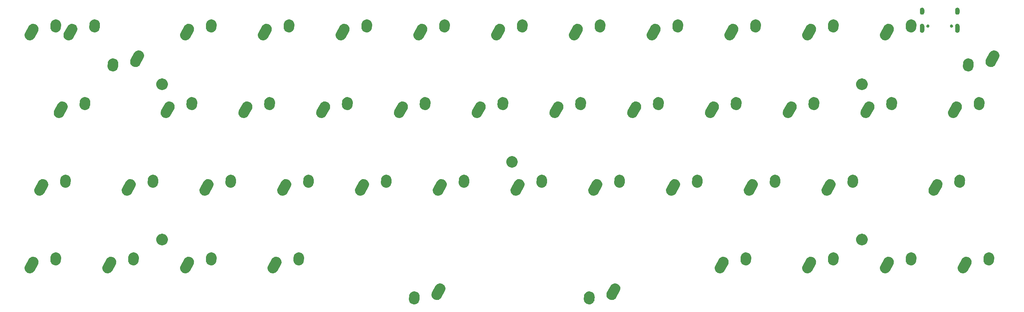
<source format=gbs>
G04 #@! TF.GenerationSoftware,KiCad,Pcbnew,(5.1.4-0-10_14)*
G04 #@! TF.CreationDate,2019-09-18T12:51:06+02:00*
G04 #@! TF.ProjectId,minivan-clone,6d696e69-7661-46e2-9d63-6c6f6e652e6b,rev?*
G04 #@! TF.SameCoordinates,Original*
G04 #@! TF.FileFunction,Soldermask,Bot*
G04 #@! TF.FilePolarity,Negative*
%FSLAX46Y46*%
G04 Gerber Fmt 4.6, Leading zero omitted, Abs format (unit mm)*
G04 Created by KiCad (PCBNEW (5.1.4-0-10_14)) date 2019-09-18 12:51:06*
%MOMM*%
%LPD*%
G04 APERTURE LIST*
%ADD10C,0.100000*%
G04 APERTURE END LIST*
D10*
G36*
X220710129Y-198388813D02*
G01*
X220949741Y-198479713D01*
X221100629Y-198574090D01*
X221167015Y-198615613D01*
X221353602Y-198791288D01*
X221464959Y-198947550D01*
X221502330Y-198999990D01*
X221607485Y-199233697D01*
X221607486Y-199233701D01*
X221665026Y-199483428D01*
X221670808Y-199675394D01*
X221670807Y-199675402D01*
X221622666Y-200381571D01*
X221590885Y-200570983D01*
X221499985Y-200810595D01*
X221499984Y-200810596D01*
X221364085Y-201027869D01*
X221188410Y-201214456D01*
X221032148Y-201325813D01*
X220979708Y-201363184D01*
X220746001Y-201468339D01*
X220745997Y-201468340D01*
X220496271Y-201525880D01*
X220240116Y-201533594D01*
X220240112Y-201533594D01*
X219987371Y-201491187D01*
X219747759Y-201400287D01*
X219530485Y-201264387D01*
X219477453Y-201214456D01*
X219343898Y-201088712D01*
X219232541Y-200932450D01*
X219195170Y-200880010D01*
X219090015Y-200646303D01*
X219045442Y-200452852D01*
X219032474Y-200396572D01*
X219026692Y-200204608D01*
X219074834Y-199498428D01*
X219079400Y-199471213D01*
X219106615Y-199309017D01*
X219197515Y-199069405D01*
X219333415Y-198852131D01*
X219390700Y-198791288D01*
X219509090Y-198665544D01*
X219665352Y-198554187D01*
X219717792Y-198516816D01*
X219951499Y-198411661D01*
X219951503Y-198411660D01*
X220201229Y-198354120D01*
X220457384Y-198346406D01*
X220457388Y-198346406D01*
X220710129Y-198388813D01*
X220710129Y-198388813D01*
G37*
G36*
X263572629Y-198388813D02*
G01*
X263812241Y-198479713D01*
X263963129Y-198574090D01*
X264029515Y-198615613D01*
X264216102Y-198791288D01*
X264327459Y-198947550D01*
X264364830Y-198999990D01*
X264469985Y-199233697D01*
X264469986Y-199233701D01*
X264527526Y-199483428D01*
X264533308Y-199675394D01*
X264533307Y-199675402D01*
X264485166Y-200381571D01*
X264453385Y-200570983D01*
X264362485Y-200810595D01*
X264362484Y-200810596D01*
X264226585Y-201027869D01*
X264050910Y-201214456D01*
X263894648Y-201325813D01*
X263842208Y-201363184D01*
X263608501Y-201468339D01*
X263608497Y-201468340D01*
X263358771Y-201525880D01*
X263102616Y-201533594D01*
X263102612Y-201533594D01*
X262849871Y-201491187D01*
X262610259Y-201400287D01*
X262392985Y-201264387D01*
X262339953Y-201214456D01*
X262206398Y-201088712D01*
X262095041Y-200932450D01*
X262057670Y-200880010D01*
X261952515Y-200646303D01*
X261907942Y-200452852D01*
X261894974Y-200396572D01*
X261889192Y-200204608D01*
X261937334Y-199498428D01*
X261941900Y-199471213D01*
X261969115Y-199309017D01*
X262060015Y-199069405D01*
X262195915Y-198852131D01*
X262253200Y-198791288D01*
X262371590Y-198665544D01*
X262527852Y-198554187D01*
X262580292Y-198516816D01*
X262813999Y-198411661D01*
X262814003Y-198411660D01*
X263063729Y-198354120D01*
X263319884Y-198346406D01*
X263319888Y-198346406D01*
X263572629Y-198388813D01*
X263572629Y-198388813D01*
G37*
G36*
X226828325Y-196391286D02*
G01*
X227078836Y-196445333D01*
X227212107Y-196503074D01*
X227313989Y-196547215D01*
X227425438Y-196624314D01*
X227524746Y-196693014D01*
X227524748Y-196693016D01*
X227703012Y-196877130D01*
X227841930Y-197092483D01*
X227936169Y-197330804D01*
X227968769Y-197509753D01*
X227982101Y-197582928D01*
X227977963Y-197839169D01*
X227923916Y-198089680D01*
X227847563Y-198265911D01*
X226974596Y-199837549D01*
X226865329Y-199995497D01*
X226865327Y-199995499D01*
X226681213Y-200173763D01*
X226496703Y-200292785D01*
X226465858Y-200312682D01*
X226443296Y-200321603D01*
X226227539Y-200406920D01*
X226048590Y-200439520D01*
X225975415Y-200452852D01*
X225719175Y-200448714D01*
X225468664Y-200394667D01*
X225335393Y-200336926D01*
X225233511Y-200292785D01*
X225106036Y-200204599D01*
X225022754Y-200146986D01*
X225022752Y-200146984D01*
X224844488Y-199962870D01*
X224705570Y-199747517D01*
X224611331Y-199509196D01*
X224574863Y-199309017D01*
X224565399Y-199257072D01*
X224569537Y-199000832D01*
X224623584Y-198750321D01*
X224699937Y-198574090D01*
X225572904Y-197002451D01*
X225682171Y-196844503D01*
X225682173Y-196844501D01*
X225866287Y-196666237D01*
X226081639Y-196527318D01*
X226319960Y-196433080D01*
X226498909Y-196400480D01*
X226572084Y-196387148D01*
X226828325Y-196391286D01*
X226828325Y-196391286D01*
G37*
G36*
X269690825Y-196391286D02*
G01*
X269941336Y-196445333D01*
X270074607Y-196503074D01*
X270176489Y-196547215D01*
X270287938Y-196624314D01*
X270387246Y-196693014D01*
X270387248Y-196693016D01*
X270565512Y-196877130D01*
X270704430Y-197092483D01*
X270798669Y-197330804D01*
X270831269Y-197509753D01*
X270844601Y-197582928D01*
X270840463Y-197839169D01*
X270786416Y-198089680D01*
X270710063Y-198265911D01*
X269837096Y-199837549D01*
X269727829Y-199995497D01*
X269727827Y-199995499D01*
X269543713Y-200173763D01*
X269359203Y-200292785D01*
X269328358Y-200312682D01*
X269305796Y-200321603D01*
X269090039Y-200406920D01*
X268911090Y-200439520D01*
X268837915Y-200452852D01*
X268581675Y-200448714D01*
X268331164Y-200394667D01*
X268197893Y-200336926D01*
X268096011Y-200292785D01*
X267968536Y-200204599D01*
X267885254Y-200146986D01*
X267885252Y-200146984D01*
X267706988Y-199962870D01*
X267568070Y-199747517D01*
X267473831Y-199509196D01*
X267437363Y-199309017D01*
X267427899Y-199257072D01*
X267432037Y-199000832D01*
X267486084Y-198750321D01*
X267562437Y-198574090D01*
X268435404Y-197002451D01*
X268544671Y-196844503D01*
X268544673Y-196844501D01*
X268728787Y-196666237D01*
X268944139Y-196527318D01*
X269182460Y-196433080D01*
X269361409Y-196400480D01*
X269434584Y-196387148D01*
X269690825Y-196391286D01*
X269690825Y-196391286D01*
G37*
G36*
X127149575Y-189851286D02*
G01*
X127400086Y-189905333D01*
X127533357Y-189963074D01*
X127635239Y-190007215D01*
X127746688Y-190084314D01*
X127845996Y-190153014D01*
X127845998Y-190153016D01*
X128024262Y-190337130D01*
X128163180Y-190552483D01*
X128257419Y-190790804D01*
X128290019Y-190969753D01*
X128303351Y-191042928D01*
X128299213Y-191299169D01*
X128245166Y-191549680D01*
X128168813Y-191725911D01*
X127295846Y-193297549D01*
X127186579Y-193455497D01*
X127186577Y-193455499D01*
X127002463Y-193633763D01*
X126817953Y-193752785D01*
X126787108Y-193772682D01*
X126764546Y-193781603D01*
X126548789Y-193866920D01*
X126369840Y-193899520D01*
X126296665Y-193912852D01*
X126040425Y-193908714D01*
X125789914Y-193854667D01*
X125656643Y-193796926D01*
X125554761Y-193752785D01*
X125443312Y-193675686D01*
X125344004Y-193606986D01*
X125344002Y-193606984D01*
X125165738Y-193422870D01*
X125026820Y-193207517D01*
X124932581Y-192969196D01*
X124899981Y-192790247D01*
X124886649Y-192717072D01*
X124890787Y-192460832D01*
X124944834Y-192210321D01*
X125021187Y-192034090D01*
X125894154Y-190462451D01*
X126003421Y-190304503D01*
X126003423Y-190304501D01*
X126187537Y-190126237D01*
X126402889Y-189987318D01*
X126641210Y-189893080D01*
X126820159Y-189860480D01*
X126893334Y-189847148D01*
X127149575Y-189851286D01*
X127149575Y-189851286D01*
G37*
G36*
X146199575Y-189851286D02*
G01*
X146450086Y-189905333D01*
X146583357Y-189963074D01*
X146685239Y-190007215D01*
X146796688Y-190084314D01*
X146895996Y-190153014D01*
X146895998Y-190153016D01*
X147074262Y-190337130D01*
X147213180Y-190552483D01*
X147307419Y-190790804D01*
X147340019Y-190969753D01*
X147353351Y-191042928D01*
X147349213Y-191299169D01*
X147295166Y-191549680D01*
X147218813Y-191725911D01*
X146345846Y-193297549D01*
X146236579Y-193455497D01*
X146236577Y-193455499D01*
X146052463Y-193633763D01*
X145867953Y-193752785D01*
X145837108Y-193772682D01*
X145814546Y-193781603D01*
X145598789Y-193866920D01*
X145419840Y-193899520D01*
X145346665Y-193912852D01*
X145090425Y-193908714D01*
X144839914Y-193854667D01*
X144706643Y-193796926D01*
X144604761Y-193752785D01*
X144493312Y-193675686D01*
X144394004Y-193606986D01*
X144394002Y-193606984D01*
X144215738Y-193422870D01*
X144076820Y-193207517D01*
X143982581Y-192969196D01*
X143949981Y-192790247D01*
X143936649Y-192717072D01*
X143940787Y-192460832D01*
X143994834Y-192210321D01*
X144071187Y-192034090D01*
X144944154Y-190462451D01*
X145053421Y-190304503D01*
X145053423Y-190304501D01*
X145237537Y-190126237D01*
X145452889Y-189987318D01*
X145691210Y-189893080D01*
X145870159Y-189860480D01*
X145943334Y-189847148D01*
X146199575Y-189851286D01*
X146199575Y-189851286D01*
G37*
G36*
X165249575Y-189851286D02*
G01*
X165500086Y-189905333D01*
X165633357Y-189963074D01*
X165735239Y-190007215D01*
X165846688Y-190084314D01*
X165945996Y-190153014D01*
X165945998Y-190153016D01*
X166124262Y-190337130D01*
X166263180Y-190552483D01*
X166357419Y-190790804D01*
X166390019Y-190969753D01*
X166403351Y-191042928D01*
X166399213Y-191299169D01*
X166345166Y-191549680D01*
X166268813Y-191725911D01*
X165395846Y-193297549D01*
X165286579Y-193455497D01*
X165286577Y-193455499D01*
X165102463Y-193633763D01*
X164917953Y-193752785D01*
X164887108Y-193772682D01*
X164864546Y-193781603D01*
X164648789Y-193866920D01*
X164469840Y-193899520D01*
X164396665Y-193912852D01*
X164140425Y-193908714D01*
X163889914Y-193854667D01*
X163756643Y-193796926D01*
X163654761Y-193752785D01*
X163543312Y-193675686D01*
X163444004Y-193606986D01*
X163444002Y-193606984D01*
X163265738Y-193422870D01*
X163126820Y-193207517D01*
X163032581Y-192969196D01*
X162999981Y-192790247D01*
X162986649Y-192717072D01*
X162990787Y-192460832D01*
X163044834Y-192210321D01*
X163121187Y-192034090D01*
X163994154Y-190462451D01*
X164103421Y-190304503D01*
X164103423Y-190304501D01*
X164287537Y-190126237D01*
X164502889Y-189987318D01*
X164741210Y-189893080D01*
X164920159Y-189860480D01*
X164993334Y-189847148D01*
X165249575Y-189851286D01*
X165249575Y-189851286D01*
G37*
G36*
X317649575Y-189851286D02*
G01*
X317900086Y-189905333D01*
X318033357Y-189963074D01*
X318135239Y-190007215D01*
X318246688Y-190084314D01*
X318345996Y-190153014D01*
X318345998Y-190153016D01*
X318524262Y-190337130D01*
X318663180Y-190552483D01*
X318757419Y-190790804D01*
X318790019Y-190969753D01*
X318803351Y-191042928D01*
X318799213Y-191299169D01*
X318745166Y-191549680D01*
X318668813Y-191725911D01*
X317795846Y-193297549D01*
X317686579Y-193455497D01*
X317686577Y-193455499D01*
X317502463Y-193633763D01*
X317317953Y-193752785D01*
X317287108Y-193772682D01*
X317264546Y-193781603D01*
X317048789Y-193866920D01*
X316869840Y-193899520D01*
X316796665Y-193912852D01*
X316540425Y-193908714D01*
X316289914Y-193854667D01*
X316156643Y-193796926D01*
X316054761Y-193752785D01*
X315943312Y-193675686D01*
X315844004Y-193606986D01*
X315844002Y-193606984D01*
X315665738Y-193422870D01*
X315526820Y-193207517D01*
X315432581Y-192969196D01*
X315399981Y-192790247D01*
X315386649Y-192717072D01*
X315390787Y-192460832D01*
X315444834Y-192210321D01*
X315521187Y-192034090D01*
X316394154Y-190462451D01*
X316503421Y-190304503D01*
X316503423Y-190304501D01*
X316687537Y-190126237D01*
X316902889Y-189987318D01*
X317141210Y-189893080D01*
X317320159Y-189860480D01*
X317393334Y-189847148D01*
X317649575Y-189851286D01*
X317649575Y-189851286D01*
G37*
G36*
X355749575Y-189851286D02*
G01*
X356000086Y-189905333D01*
X356133357Y-189963074D01*
X356235239Y-190007215D01*
X356346688Y-190084314D01*
X356445996Y-190153014D01*
X356445998Y-190153016D01*
X356624262Y-190337130D01*
X356763180Y-190552483D01*
X356857419Y-190790804D01*
X356890019Y-190969753D01*
X356903351Y-191042928D01*
X356899213Y-191299169D01*
X356845166Y-191549680D01*
X356768813Y-191725911D01*
X355895846Y-193297549D01*
X355786579Y-193455497D01*
X355786577Y-193455499D01*
X355602463Y-193633763D01*
X355417953Y-193752785D01*
X355387108Y-193772682D01*
X355364546Y-193781603D01*
X355148789Y-193866920D01*
X354969840Y-193899520D01*
X354896665Y-193912852D01*
X354640425Y-193908714D01*
X354389914Y-193854667D01*
X354256643Y-193796926D01*
X354154761Y-193752785D01*
X354043312Y-193675686D01*
X353944004Y-193606986D01*
X353944002Y-193606984D01*
X353765738Y-193422870D01*
X353626820Y-193207517D01*
X353532581Y-192969196D01*
X353499981Y-192790247D01*
X353486649Y-192717072D01*
X353490787Y-192460832D01*
X353544834Y-192210321D01*
X353621187Y-192034090D01*
X354494154Y-190462451D01*
X354603421Y-190304503D01*
X354603423Y-190304501D01*
X354787537Y-190126237D01*
X355002889Y-189987318D01*
X355241210Y-189893080D01*
X355420159Y-189860480D01*
X355493334Y-189847148D01*
X355749575Y-189851286D01*
X355749575Y-189851286D01*
G37*
G36*
X336699575Y-189851286D02*
G01*
X336950086Y-189905333D01*
X337083357Y-189963074D01*
X337185239Y-190007215D01*
X337296688Y-190084314D01*
X337395996Y-190153014D01*
X337395998Y-190153016D01*
X337574262Y-190337130D01*
X337713180Y-190552483D01*
X337807419Y-190790804D01*
X337840019Y-190969753D01*
X337853351Y-191042928D01*
X337849213Y-191299169D01*
X337795166Y-191549680D01*
X337718813Y-191725911D01*
X336845846Y-193297549D01*
X336736579Y-193455497D01*
X336736577Y-193455499D01*
X336552463Y-193633763D01*
X336367953Y-193752785D01*
X336337108Y-193772682D01*
X336314546Y-193781603D01*
X336098789Y-193866920D01*
X335919840Y-193899520D01*
X335846665Y-193912852D01*
X335590425Y-193908714D01*
X335339914Y-193854667D01*
X335206643Y-193796926D01*
X335104761Y-193752785D01*
X334993312Y-193675686D01*
X334894004Y-193606986D01*
X334894002Y-193606984D01*
X334715738Y-193422870D01*
X334576820Y-193207517D01*
X334482581Y-192969196D01*
X334449981Y-192790247D01*
X334436649Y-192717072D01*
X334440787Y-192460832D01*
X334494834Y-192210321D01*
X334571187Y-192034090D01*
X335444154Y-190462451D01*
X335553421Y-190304503D01*
X335553423Y-190304501D01*
X335737537Y-190126237D01*
X335952889Y-189987318D01*
X336191210Y-189893080D01*
X336370159Y-189860480D01*
X336443334Y-189847148D01*
X336699575Y-189851286D01*
X336699575Y-189851286D01*
G37*
G36*
X186680825Y-189851286D02*
G01*
X186931336Y-189905333D01*
X187064607Y-189963074D01*
X187166489Y-190007215D01*
X187277938Y-190084314D01*
X187377246Y-190153014D01*
X187377248Y-190153016D01*
X187555512Y-190337130D01*
X187694430Y-190552483D01*
X187788669Y-190790804D01*
X187821269Y-190969753D01*
X187834601Y-191042928D01*
X187830463Y-191299169D01*
X187776416Y-191549680D01*
X187700063Y-191725911D01*
X186827096Y-193297549D01*
X186717829Y-193455497D01*
X186717827Y-193455499D01*
X186533713Y-193633763D01*
X186349203Y-193752785D01*
X186318358Y-193772682D01*
X186295796Y-193781603D01*
X186080039Y-193866920D01*
X185901090Y-193899520D01*
X185827915Y-193912852D01*
X185571675Y-193908714D01*
X185321164Y-193854667D01*
X185187893Y-193796926D01*
X185086011Y-193752785D01*
X184974562Y-193675686D01*
X184875254Y-193606986D01*
X184875252Y-193606984D01*
X184696988Y-193422870D01*
X184558070Y-193207517D01*
X184463831Y-192969196D01*
X184431231Y-192790247D01*
X184417899Y-192717072D01*
X184422037Y-192460832D01*
X184476084Y-192210321D01*
X184552437Y-192034090D01*
X185425404Y-190462451D01*
X185534671Y-190304503D01*
X185534673Y-190304501D01*
X185718787Y-190126237D01*
X185934139Y-189987318D01*
X186172460Y-189893080D01*
X186351409Y-189860480D01*
X186424584Y-189847148D01*
X186680825Y-189851286D01*
X186680825Y-189851286D01*
G37*
G36*
X296218325Y-189851286D02*
G01*
X296468836Y-189905333D01*
X296602107Y-189963074D01*
X296703989Y-190007215D01*
X296815438Y-190084314D01*
X296914746Y-190153014D01*
X296914748Y-190153016D01*
X297093012Y-190337130D01*
X297231930Y-190552483D01*
X297326169Y-190790804D01*
X297358769Y-190969753D01*
X297372101Y-191042928D01*
X297367963Y-191299169D01*
X297313916Y-191549680D01*
X297237563Y-191725911D01*
X296364596Y-193297549D01*
X296255329Y-193455497D01*
X296255327Y-193455499D01*
X296071213Y-193633763D01*
X295886703Y-193752785D01*
X295855858Y-193772682D01*
X295833296Y-193781603D01*
X295617539Y-193866920D01*
X295438590Y-193899520D01*
X295365415Y-193912852D01*
X295109175Y-193908714D01*
X294858664Y-193854667D01*
X294725393Y-193796926D01*
X294623511Y-193752785D01*
X294512062Y-193675686D01*
X294412754Y-193606986D01*
X294412752Y-193606984D01*
X294234488Y-193422870D01*
X294095570Y-193207517D01*
X294001331Y-192969196D01*
X293968731Y-192790247D01*
X293955399Y-192717072D01*
X293959537Y-192460832D01*
X294013584Y-192210321D01*
X294089937Y-192034090D01*
X294962904Y-190462451D01*
X295072171Y-190304503D01*
X295072173Y-190304501D01*
X295256287Y-190126237D01*
X295471639Y-189987318D01*
X295709960Y-189893080D01*
X295888909Y-189860480D01*
X295962084Y-189847148D01*
X296218325Y-189851286D01*
X296218325Y-189851286D01*
G37*
G36*
X323381379Y-188808813D02*
G01*
X323620991Y-188899713D01*
X323838265Y-189035613D01*
X324024852Y-189211288D01*
X324136209Y-189367550D01*
X324173580Y-189419990D01*
X324278735Y-189653697D01*
X324278736Y-189653701D01*
X324336276Y-189903428D01*
X324342058Y-190095394D01*
X324327802Y-190304501D01*
X324293916Y-190801571D01*
X324262135Y-190990983D01*
X324171235Y-191230595D01*
X324127817Y-191300010D01*
X324035335Y-191447869D01*
X323859660Y-191634456D01*
X323703398Y-191745813D01*
X323650958Y-191783184D01*
X323417251Y-191888339D01*
X323417247Y-191888340D01*
X323167521Y-191945880D01*
X322911366Y-191953594D01*
X322911362Y-191953594D01*
X322658621Y-191911187D01*
X322419009Y-191820287D01*
X322201735Y-191684387D01*
X322148703Y-191634456D01*
X322015148Y-191508712D01*
X321903791Y-191352450D01*
X321866420Y-191300010D01*
X321761265Y-191066303D01*
X321703724Y-190816571D01*
X321702948Y-190790804D01*
X321697942Y-190624608D01*
X321746084Y-189918428D01*
X321758044Y-189847148D01*
X321777865Y-189729017D01*
X321868765Y-189489405D01*
X322004665Y-189272131D01*
X322061950Y-189211288D01*
X322180340Y-189085544D01*
X322336602Y-188974187D01*
X322389042Y-188936816D01*
X322622749Y-188831661D01*
X322622753Y-188831660D01*
X322872479Y-188774120D01*
X323128634Y-188766406D01*
X323128638Y-188766406D01*
X323381379Y-188808813D01*
X323381379Y-188808813D01*
G37*
G36*
X342431379Y-188808813D02*
G01*
X342670991Y-188899713D01*
X342888265Y-189035613D01*
X343074852Y-189211288D01*
X343186209Y-189367550D01*
X343223580Y-189419990D01*
X343328735Y-189653697D01*
X343328736Y-189653701D01*
X343386276Y-189903428D01*
X343392058Y-190095394D01*
X343377802Y-190304501D01*
X343343916Y-190801571D01*
X343312135Y-190990983D01*
X343221235Y-191230595D01*
X343177817Y-191300010D01*
X343085335Y-191447869D01*
X342909660Y-191634456D01*
X342753398Y-191745813D01*
X342700958Y-191783184D01*
X342467251Y-191888339D01*
X342467247Y-191888340D01*
X342217521Y-191945880D01*
X341961366Y-191953594D01*
X341961362Y-191953594D01*
X341708621Y-191911187D01*
X341469009Y-191820287D01*
X341251735Y-191684387D01*
X341198703Y-191634456D01*
X341065148Y-191508712D01*
X340953791Y-191352450D01*
X340916420Y-191300010D01*
X340811265Y-191066303D01*
X340753724Y-190816571D01*
X340752948Y-190790804D01*
X340747942Y-190624608D01*
X340796084Y-189918428D01*
X340808044Y-189847148D01*
X340827865Y-189729017D01*
X340918765Y-189489405D01*
X341054665Y-189272131D01*
X341111950Y-189211288D01*
X341230340Y-189085544D01*
X341386602Y-188974187D01*
X341439042Y-188936816D01*
X341672749Y-188831661D01*
X341672753Y-188831660D01*
X341922479Y-188774120D01*
X342178634Y-188766406D01*
X342178638Y-188766406D01*
X342431379Y-188808813D01*
X342431379Y-188808813D01*
G37*
G36*
X361481379Y-188808813D02*
G01*
X361720991Y-188899713D01*
X361938265Y-189035613D01*
X362124852Y-189211288D01*
X362236209Y-189367550D01*
X362273580Y-189419990D01*
X362378735Y-189653697D01*
X362378736Y-189653701D01*
X362436276Y-189903428D01*
X362442058Y-190095394D01*
X362427802Y-190304501D01*
X362393916Y-190801571D01*
X362362135Y-190990983D01*
X362271235Y-191230595D01*
X362227817Y-191300010D01*
X362135335Y-191447869D01*
X361959660Y-191634456D01*
X361803398Y-191745813D01*
X361750958Y-191783184D01*
X361517251Y-191888339D01*
X361517247Y-191888340D01*
X361267521Y-191945880D01*
X361011366Y-191953594D01*
X361011362Y-191953594D01*
X360758621Y-191911187D01*
X360519009Y-191820287D01*
X360301735Y-191684387D01*
X360248703Y-191634456D01*
X360115148Y-191508712D01*
X360003791Y-191352450D01*
X359966420Y-191300010D01*
X359861265Y-191066303D01*
X359803724Y-190816571D01*
X359802948Y-190790804D01*
X359797942Y-190624608D01*
X359846084Y-189918428D01*
X359858044Y-189847148D01*
X359877865Y-189729017D01*
X359968765Y-189489405D01*
X360104665Y-189272131D01*
X360161950Y-189211288D01*
X360280340Y-189085544D01*
X360436602Y-188974187D01*
X360489042Y-188936816D01*
X360722749Y-188831661D01*
X360722753Y-188831660D01*
X360972479Y-188774120D01*
X361228634Y-188766406D01*
X361228638Y-188766406D01*
X361481379Y-188808813D01*
X361481379Y-188808813D01*
G37*
G36*
X192412629Y-188808813D02*
G01*
X192652241Y-188899713D01*
X192869515Y-189035613D01*
X193056102Y-189211288D01*
X193167459Y-189367550D01*
X193204830Y-189419990D01*
X193309985Y-189653697D01*
X193309986Y-189653701D01*
X193367526Y-189903428D01*
X193373308Y-190095394D01*
X193359052Y-190304501D01*
X193325166Y-190801571D01*
X193293385Y-190990983D01*
X193202485Y-191230595D01*
X193159067Y-191300010D01*
X193066585Y-191447869D01*
X192890910Y-191634456D01*
X192734648Y-191745813D01*
X192682208Y-191783184D01*
X192448501Y-191888339D01*
X192448497Y-191888340D01*
X192198771Y-191945880D01*
X191942616Y-191953594D01*
X191942612Y-191953594D01*
X191689871Y-191911187D01*
X191450259Y-191820287D01*
X191232985Y-191684387D01*
X191179953Y-191634456D01*
X191046398Y-191508712D01*
X190935041Y-191352450D01*
X190897670Y-191300010D01*
X190792515Y-191066303D01*
X190734974Y-190816571D01*
X190734198Y-190790804D01*
X190729192Y-190624608D01*
X190777334Y-189918428D01*
X190789294Y-189847148D01*
X190809115Y-189729017D01*
X190900015Y-189489405D01*
X191035915Y-189272131D01*
X191093200Y-189211288D01*
X191211590Y-189085544D01*
X191367852Y-188974187D01*
X191420292Y-188936816D01*
X191653999Y-188831661D01*
X191654003Y-188831660D01*
X191903729Y-188774120D01*
X192159884Y-188766406D01*
X192159888Y-188766406D01*
X192412629Y-188808813D01*
X192412629Y-188808813D01*
G37*
G36*
X170981379Y-188808813D02*
G01*
X171220991Y-188899713D01*
X171438265Y-189035613D01*
X171624852Y-189211288D01*
X171736209Y-189367550D01*
X171773580Y-189419990D01*
X171878735Y-189653697D01*
X171878736Y-189653701D01*
X171936276Y-189903428D01*
X171942058Y-190095394D01*
X171927802Y-190304501D01*
X171893916Y-190801571D01*
X171862135Y-190990983D01*
X171771235Y-191230595D01*
X171727817Y-191300010D01*
X171635335Y-191447869D01*
X171459660Y-191634456D01*
X171303398Y-191745813D01*
X171250958Y-191783184D01*
X171017251Y-191888339D01*
X171017247Y-191888340D01*
X170767521Y-191945880D01*
X170511366Y-191953594D01*
X170511362Y-191953594D01*
X170258621Y-191911187D01*
X170019009Y-191820287D01*
X169801735Y-191684387D01*
X169748703Y-191634456D01*
X169615148Y-191508712D01*
X169503791Y-191352450D01*
X169466420Y-191300010D01*
X169361265Y-191066303D01*
X169303724Y-190816571D01*
X169302948Y-190790804D01*
X169297942Y-190624608D01*
X169346084Y-189918428D01*
X169358044Y-189847148D01*
X169377865Y-189729017D01*
X169468765Y-189489405D01*
X169604665Y-189272131D01*
X169661950Y-189211288D01*
X169780340Y-189085544D01*
X169936602Y-188974187D01*
X169989042Y-188936816D01*
X170222749Y-188831661D01*
X170222753Y-188831660D01*
X170472479Y-188774120D01*
X170728634Y-188766406D01*
X170728638Y-188766406D01*
X170981379Y-188808813D01*
X170981379Y-188808813D01*
G37*
G36*
X301950129Y-188808813D02*
G01*
X302189741Y-188899713D01*
X302407015Y-189035613D01*
X302593602Y-189211288D01*
X302704959Y-189367550D01*
X302742330Y-189419990D01*
X302847485Y-189653697D01*
X302847486Y-189653701D01*
X302905026Y-189903428D01*
X302910808Y-190095394D01*
X302896552Y-190304501D01*
X302862666Y-190801571D01*
X302830885Y-190990983D01*
X302739985Y-191230595D01*
X302696567Y-191300010D01*
X302604085Y-191447869D01*
X302428410Y-191634456D01*
X302272148Y-191745813D01*
X302219708Y-191783184D01*
X301986001Y-191888339D01*
X301985997Y-191888340D01*
X301736271Y-191945880D01*
X301480116Y-191953594D01*
X301480112Y-191953594D01*
X301227371Y-191911187D01*
X300987759Y-191820287D01*
X300770485Y-191684387D01*
X300717453Y-191634456D01*
X300583898Y-191508712D01*
X300472541Y-191352450D01*
X300435170Y-191300010D01*
X300330015Y-191066303D01*
X300272474Y-190816571D01*
X300271698Y-190790804D01*
X300266692Y-190624608D01*
X300314834Y-189918428D01*
X300326794Y-189847148D01*
X300346615Y-189729017D01*
X300437515Y-189489405D01*
X300573415Y-189272131D01*
X300630700Y-189211288D01*
X300749090Y-189085544D01*
X300905352Y-188974187D01*
X300957792Y-188936816D01*
X301191499Y-188831661D01*
X301191503Y-188831660D01*
X301441229Y-188774120D01*
X301697384Y-188766406D01*
X301697388Y-188766406D01*
X301950129Y-188808813D01*
X301950129Y-188808813D01*
G37*
G36*
X151931379Y-188808813D02*
G01*
X152170991Y-188899713D01*
X152388265Y-189035613D01*
X152574852Y-189211288D01*
X152686209Y-189367550D01*
X152723580Y-189419990D01*
X152828735Y-189653697D01*
X152828736Y-189653701D01*
X152886276Y-189903428D01*
X152892058Y-190095394D01*
X152877802Y-190304501D01*
X152843916Y-190801571D01*
X152812135Y-190990983D01*
X152721235Y-191230595D01*
X152677817Y-191300010D01*
X152585335Y-191447869D01*
X152409660Y-191634456D01*
X152253398Y-191745813D01*
X152200958Y-191783184D01*
X151967251Y-191888339D01*
X151967247Y-191888340D01*
X151717521Y-191945880D01*
X151461366Y-191953594D01*
X151461362Y-191953594D01*
X151208621Y-191911187D01*
X150969009Y-191820287D01*
X150751735Y-191684387D01*
X150698703Y-191634456D01*
X150565148Y-191508712D01*
X150453791Y-191352450D01*
X150416420Y-191300010D01*
X150311265Y-191066303D01*
X150253724Y-190816571D01*
X150252948Y-190790804D01*
X150247942Y-190624608D01*
X150296084Y-189918428D01*
X150308044Y-189847148D01*
X150327865Y-189729017D01*
X150418765Y-189489405D01*
X150554665Y-189272131D01*
X150611950Y-189211288D01*
X150730340Y-189085544D01*
X150886602Y-188974187D01*
X150939042Y-188936816D01*
X151172749Y-188831661D01*
X151172753Y-188831660D01*
X151422479Y-188774120D01*
X151678634Y-188766406D01*
X151678638Y-188766406D01*
X151931379Y-188808813D01*
X151931379Y-188808813D01*
G37*
G36*
X132881379Y-188808813D02*
G01*
X133120991Y-188899713D01*
X133338265Y-189035613D01*
X133524852Y-189211288D01*
X133636209Y-189367550D01*
X133673580Y-189419990D01*
X133778735Y-189653697D01*
X133778736Y-189653701D01*
X133836276Y-189903428D01*
X133842058Y-190095394D01*
X133827802Y-190304501D01*
X133793916Y-190801571D01*
X133762135Y-190990983D01*
X133671235Y-191230595D01*
X133627817Y-191300010D01*
X133535335Y-191447869D01*
X133359660Y-191634456D01*
X133203398Y-191745813D01*
X133150958Y-191783184D01*
X132917251Y-191888339D01*
X132917247Y-191888340D01*
X132667521Y-191945880D01*
X132411366Y-191953594D01*
X132411362Y-191953594D01*
X132158621Y-191911187D01*
X131919009Y-191820287D01*
X131701735Y-191684387D01*
X131648703Y-191634456D01*
X131515148Y-191508712D01*
X131403791Y-191352450D01*
X131366420Y-191300010D01*
X131261265Y-191066303D01*
X131203724Y-190816571D01*
X131202948Y-190790804D01*
X131197942Y-190624608D01*
X131246084Y-189918428D01*
X131258044Y-189847148D01*
X131277865Y-189729017D01*
X131368765Y-189489405D01*
X131504665Y-189272131D01*
X131561950Y-189211288D01*
X131680340Y-189085544D01*
X131836602Y-188974187D01*
X131889042Y-188936816D01*
X132122749Y-188831661D01*
X132122753Y-188831660D01*
X132372479Y-188774120D01*
X132628634Y-188766406D01*
X132628638Y-188766406D01*
X132881379Y-188808813D01*
X132881379Y-188808813D01*
G37*
G36*
X158893433Y-184259893D02*
G01*
X158983657Y-184277839D01*
X159089267Y-184321585D01*
X159238621Y-184383449D01*
X159238622Y-184383450D01*
X159468086Y-184536772D01*
X159663228Y-184731914D01*
X159765675Y-184885237D01*
X159816551Y-184961379D01*
X159922161Y-185216344D01*
X159976000Y-185487012D01*
X159976000Y-185762988D01*
X159922161Y-186033656D01*
X159816551Y-186288621D01*
X159816550Y-186288622D01*
X159663228Y-186518086D01*
X159468086Y-186713228D01*
X159314763Y-186815675D01*
X159238621Y-186866551D01*
X159089267Y-186928415D01*
X158983657Y-186972161D01*
X158893433Y-186990107D01*
X158712988Y-187026000D01*
X158437012Y-187026000D01*
X158256567Y-186990107D01*
X158166343Y-186972161D01*
X158060733Y-186928415D01*
X157911379Y-186866551D01*
X157835237Y-186815675D01*
X157681914Y-186713228D01*
X157486772Y-186518086D01*
X157333450Y-186288622D01*
X157333449Y-186288621D01*
X157227839Y-186033656D01*
X157174000Y-185762988D01*
X157174000Y-185487012D01*
X157227839Y-185216344D01*
X157333449Y-184961379D01*
X157384325Y-184885237D01*
X157486772Y-184731914D01*
X157681914Y-184536772D01*
X157911378Y-184383450D01*
X157911379Y-184383449D01*
X158060733Y-184321585D01*
X158166343Y-184277839D01*
X158256567Y-184259893D01*
X158437012Y-184224000D01*
X158712988Y-184224000D01*
X158893433Y-184259893D01*
X158893433Y-184259893D01*
G37*
G36*
X330343433Y-184259893D02*
G01*
X330433657Y-184277839D01*
X330539267Y-184321585D01*
X330688621Y-184383449D01*
X330688622Y-184383450D01*
X330918086Y-184536772D01*
X331113228Y-184731914D01*
X331215675Y-184885237D01*
X331266551Y-184961379D01*
X331372161Y-185216344D01*
X331426000Y-185487012D01*
X331426000Y-185762988D01*
X331372161Y-186033656D01*
X331266551Y-186288621D01*
X331266550Y-186288622D01*
X331113228Y-186518086D01*
X330918086Y-186713228D01*
X330764763Y-186815675D01*
X330688621Y-186866551D01*
X330539267Y-186928415D01*
X330433657Y-186972161D01*
X330343433Y-186990107D01*
X330162988Y-187026000D01*
X329887012Y-187026000D01*
X329706567Y-186990107D01*
X329616343Y-186972161D01*
X329510733Y-186928415D01*
X329361379Y-186866551D01*
X329285237Y-186815675D01*
X329131914Y-186713228D01*
X328936772Y-186518086D01*
X328783450Y-186288622D01*
X328783449Y-186288621D01*
X328677839Y-186033656D01*
X328624000Y-185762988D01*
X328624000Y-185487012D01*
X328677839Y-185216344D01*
X328783449Y-184961379D01*
X328834325Y-184885237D01*
X328936772Y-184731914D01*
X329131914Y-184536772D01*
X329361378Y-184383450D01*
X329361379Y-184383449D01*
X329510733Y-184321585D01*
X329616343Y-184277839D01*
X329706567Y-184259893D01*
X329887012Y-184224000D01*
X330162988Y-184224000D01*
X330343433Y-184259893D01*
X330343433Y-184259893D01*
G37*
G36*
X284312075Y-170801286D02*
G01*
X284562586Y-170855333D01*
X284695857Y-170913074D01*
X284797739Y-170957215D01*
X284909188Y-171034314D01*
X285008496Y-171103014D01*
X285008498Y-171103016D01*
X285186762Y-171287130D01*
X285325680Y-171502483D01*
X285419919Y-171740804D01*
X285452519Y-171919753D01*
X285465851Y-171992928D01*
X285461713Y-172249169D01*
X285407666Y-172499680D01*
X285331313Y-172675911D01*
X284458346Y-174247549D01*
X284349079Y-174405497D01*
X284349077Y-174405499D01*
X284164963Y-174583763D01*
X283980453Y-174702785D01*
X283949608Y-174722682D01*
X283927046Y-174731603D01*
X283711289Y-174816920D01*
X283532340Y-174849520D01*
X283459165Y-174862852D01*
X283202925Y-174858714D01*
X282952414Y-174804667D01*
X282819143Y-174746926D01*
X282717261Y-174702785D01*
X282605812Y-174625686D01*
X282506504Y-174556986D01*
X282506502Y-174556984D01*
X282328238Y-174372870D01*
X282189320Y-174157517D01*
X282095081Y-173919196D01*
X282062481Y-173740247D01*
X282049149Y-173667072D01*
X282053287Y-173410832D01*
X282107334Y-173160321D01*
X282183687Y-172984090D01*
X283056654Y-171412451D01*
X283165921Y-171254503D01*
X283165923Y-171254501D01*
X283350037Y-171076237D01*
X283565389Y-170937318D01*
X283803710Y-170843080D01*
X283982659Y-170810480D01*
X284055834Y-170797148D01*
X284312075Y-170801286D01*
X284312075Y-170801286D01*
G37*
G36*
X265262075Y-170801286D02*
G01*
X265512586Y-170855333D01*
X265645857Y-170913074D01*
X265747739Y-170957215D01*
X265859188Y-171034314D01*
X265958496Y-171103014D01*
X265958498Y-171103016D01*
X266136762Y-171287130D01*
X266275680Y-171502483D01*
X266369919Y-171740804D01*
X266402519Y-171919753D01*
X266415851Y-171992928D01*
X266411713Y-172249169D01*
X266357666Y-172499680D01*
X266281313Y-172675911D01*
X265408346Y-174247549D01*
X265299079Y-174405497D01*
X265299077Y-174405499D01*
X265114963Y-174583763D01*
X264930453Y-174702785D01*
X264899608Y-174722682D01*
X264877046Y-174731603D01*
X264661289Y-174816920D01*
X264482340Y-174849520D01*
X264409165Y-174862852D01*
X264152925Y-174858714D01*
X263902414Y-174804667D01*
X263769143Y-174746926D01*
X263667261Y-174702785D01*
X263555812Y-174625686D01*
X263456504Y-174556986D01*
X263456502Y-174556984D01*
X263278238Y-174372870D01*
X263139320Y-174157517D01*
X263045081Y-173919196D01*
X263012481Y-173740247D01*
X262999149Y-173667072D01*
X263003287Y-173410832D01*
X263057334Y-173160321D01*
X263133687Y-172984090D01*
X264006654Y-171412451D01*
X264115921Y-171254503D01*
X264115923Y-171254501D01*
X264300037Y-171076237D01*
X264515389Y-170937318D01*
X264753710Y-170843080D01*
X264932659Y-170810480D01*
X265005834Y-170797148D01*
X265262075Y-170801286D01*
X265262075Y-170801286D01*
G37*
G36*
X322412075Y-170801286D02*
G01*
X322662586Y-170855333D01*
X322795857Y-170913074D01*
X322897739Y-170957215D01*
X323009188Y-171034314D01*
X323108496Y-171103014D01*
X323108498Y-171103016D01*
X323286762Y-171287130D01*
X323425680Y-171502483D01*
X323519919Y-171740804D01*
X323552519Y-171919753D01*
X323565851Y-171992928D01*
X323561713Y-172249169D01*
X323507666Y-172499680D01*
X323431313Y-172675911D01*
X322558346Y-174247549D01*
X322449079Y-174405497D01*
X322449077Y-174405499D01*
X322264963Y-174583763D01*
X322080453Y-174702785D01*
X322049608Y-174722682D01*
X322027046Y-174731603D01*
X321811289Y-174816920D01*
X321632340Y-174849520D01*
X321559165Y-174862852D01*
X321302925Y-174858714D01*
X321052414Y-174804667D01*
X320919143Y-174746926D01*
X320817261Y-174702785D01*
X320705812Y-174625686D01*
X320606504Y-174556986D01*
X320606502Y-174556984D01*
X320428238Y-174372870D01*
X320289320Y-174157517D01*
X320195081Y-173919196D01*
X320162481Y-173740247D01*
X320149149Y-173667072D01*
X320153287Y-173410832D01*
X320207334Y-173160321D01*
X320283687Y-172984090D01*
X321156654Y-171412451D01*
X321265921Y-171254503D01*
X321265923Y-171254501D01*
X321450037Y-171076237D01*
X321665389Y-170937318D01*
X321903710Y-170843080D01*
X322082659Y-170810480D01*
X322155834Y-170797148D01*
X322412075Y-170801286D01*
X322412075Y-170801286D01*
G37*
G36*
X208112075Y-170801286D02*
G01*
X208362586Y-170855333D01*
X208495857Y-170913074D01*
X208597739Y-170957215D01*
X208709188Y-171034314D01*
X208808496Y-171103014D01*
X208808498Y-171103016D01*
X208986762Y-171287130D01*
X209125680Y-171502483D01*
X209219919Y-171740804D01*
X209252519Y-171919753D01*
X209265851Y-171992928D01*
X209261713Y-172249169D01*
X209207666Y-172499680D01*
X209131313Y-172675911D01*
X208258346Y-174247549D01*
X208149079Y-174405497D01*
X208149077Y-174405499D01*
X207964963Y-174583763D01*
X207780453Y-174702785D01*
X207749608Y-174722682D01*
X207727046Y-174731603D01*
X207511289Y-174816920D01*
X207332340Y-174849520D01*
X207259165Y-174862852D01*
X207002925Y-174858714D01*
X206752414Y-174804667D01*
X206619143Y-174746926D01*
X206517261Y-174702785D01*
X206405812Y-174625686D01*
X206306504Y-174556986D01*
X206306502Y-174556984D01*
X206128238Y-174372870D01*
X205989320Y-174157517D01*
X205895081Y-173919196D01*
X205862481Y-173740247D01*
X205849149Y-173667072D01*
X205853287Y-173410832D01*
X205907334Y-173160321D01*
X205983687Y-172984090D01*
X206856654Y-171412451D01*
X206965921Y-171254503D01*
X206965923Y-171254501D01*
X207150037Y-171076237D01*
X207365389Y-170937318D01*
X207603710Y-170843080D01*
X207782659Y-170810480D01*
X207855834Y-170797148D01*
X208112075Y-170801286D01*
X208112075Y-170801286D01*
G37*
G36*
X303362075Y-170801286D02*
G01*
X303612586Y-170855333D01*
X303745857Y-170913074D01*
X303847739Y-170957215D01*
X303959188Y-171034314D01*
X304058496Y-171103014D01*
X304058498Y-171103016D01*
X304236762Y-171287130D01*
X304375680Y-171502483D01*
X304469919Y-171740804D01*
X304502519Y-171919753D01*
X304515851Y-171992928D01*
X304511713Y-172249169D01*
X304457666Y-172499680D01*
X304381313Y-172675911D01*
X303508346Y-174247549D01*
X303399079Y-174405497D01*
X303399077Y-174405499D01*
X303214963Y-174583763D01*
X303030453Y-174702785D01*
X302999608Y-174722682D01*
X302977046Y-174731603D01*
X302761289Y-174816920D01*
X302582340Y-174849520D01*
X302509165Y-174862852D01*
X302252925Y-174858714D01*
X302002414Y-174804667D01*
X301869143Y-174746926D01*
X301767261Y-174702785D01*
X301655812Y-174625686D01*
X301556504Y-174556986D01*
X301556502Y-174556984D01*
X301378238Y-174372870D01*
X301239320Y-174157517D01*
X301145081Y-173919196D01*
X301112481Y-173740247D01*
X301099149Y-173667072D01*
X301103287Y-173410832D01*
X301157334Y-173160321D01*
X301233687Y-172984090D01*
X302106654Y-171412451D01*
X302215921Y-171254503D01*
X302215923Y-171254501D01*
X302400037Y-171076237D01*
X302615389Y-170937318D01*
X302853710Y-170843080D01*
X303032659Y-170810480D01*
X303105834Y-170797148D01*
X303362075Y-170801286D01*
X303362075Y-170801286D01*
G37*
G36*
X227162075Y-170801286D02*
G01*
X227412586Y-170855333D01*
X227545857Y-170913074D01*
X227647739Y-170957215D01*
X227759188Y-171034314D01*
X227858496Y-171103014D01*
X227858498Y-171103016D01*
X228036762Y-171287130D01*
X228175680Y-171502483D01*
X228269919Y-171740804D01*
X228302519Y-171919753D01*
X228315851Y-171992928D01*
X228311713Y-172249169D01*
X228257666Y-172499680D01*
X228181313Y-172675911D01*
X227308346Y-174247549D01*
X227199079Y-174405497D01*
X227199077Y-174405499D01*
X227014963Y-174583763D01*
X226830453Y-174702785D01*
X226799608Y-174722682D01*
X226777046Y-174731603D01*
X226561289Y-174816920D01*
X226382340Y-174849520D01*
X226309165Y-174862852D01*
X226052925Y-174858714D01*
X225802414Y-174804667D01*
X225669143Y-174746926D01*
X225567261Y-174702785D01*
X225455812Y-174625686D01*
X225356504Y-174556986D01*
X225356502Y-174556984D01*
X225178238Y-174372870D01*
X225039320Y-174157517D01*
X224945081Y-173919196D01*
X224912481Y-173740247D01*
X224899149Y-173667072D01*
X224903287Y-173410832D01*
X224957334Y-173160321D01*
X225033687Y-172984090D01*
X225906654Y-171412451D01*
X226015921Y-171254503D01*
X226015923Y-171254501D01*
X226200037Y-171076237D01*
X226415389Y-170937318D01*
X226653710Y-170843080D01*
X226832659Y-170810480D01*
X226905834Y-170797148D01*
X227162075Y-170801286D01*
X227162075Y-170801286D01*
G37*
G36*
X189062075Y-170801286D02*
G01*
X189312586Y-170855333D01*
X189445857Y-170913074D01*
X189547739Y-170957215D01*
X189659188Y-171034314D01*
X189758496Y-171103014D01*
X189758498Y-171103016D01*
X189936762Y-171287130D01*
X190075680Y-171502483D01*
X190169919Y-171740804D01*
X190202519Y-171919753D01*
X190215851Y-171992928D01*
X190211713Y-172249169D01*
X190157666Y-172499680D01*
X190081313Y-172675911D01*
X189208346Y-174247549D01*
X189099079Y-174405497D01*
X189099077Y-174405499D01*
X188914963Y-174583763D01*
X188730453Y-174702785D01*
X188699608Y-174722682D01*
X188677046Y-174731603D01*
X188461289Y-174816920D01*
X188282340Y-174849520D01*
X188209165Y-174862852D01*
X187952925Y-174858714D01*
X187702414Y-174804667D01*
X187569143Y-174746926D01*
X187467261Y-174702785D01*
X187355812Y-174625686D01*
X187256504Y-174556986D01*
X187256502Y-174556984D01*
X187078238Y-174372870D01*
X186939320Y-174157517D01*
X186845081Y-173919196D01*
X186812481Y-173740247D01*
X186799149Y-173667072D01*
X186803287Y-173410832D01*
X186857334Y-173160321D01*
X186933687Y-172984090D01*
X187806654Y-171412451D01*
X187915921Y-171254503D01*
X187915923Y-171254501D01*
X188100037Y-171076237D01*
X188315389Y-170937318D01*
X188553710Y-170843080D01*
X188732659Y-170810480D01*
X188805834Y-170797148D01*
X189062075Y-170801286D01*
X189062075Y-170801286D01*
G37*
G36*
X129530825Y-170801286D02*
G01*
X129781336Y-170855333D01*
X129914607Y-170913074D01*
X130016489Y-170957215D01*
X130127938Y-171034314D01*
X130227246Y-171103014D01*
X130227248Y-171103016D01*
X130405512Y-171287130D01*
X130544430Y-171502483D01*
X130638669Y-171740804D01*
X130671269Y-171919753D01*
X130684601Y-171992928D01*
X130680463Y-172249169D01*
X130626416Y-172499680D01*
X130550063Y-172675911D01*
X129677096Y-174247549D01*
X129567829Y-174405497D01*
X129567827Y-174405499D01*
X129383713Y-174583763D01*
X129199203Y-174702785D01*
X129168358Y-174722682D01*
X129145796Y-174731603D01*
X128930039Y-174816920D01*
X128751090Y-174849520D01*
X128677915Y-174862852D01*
X128421675Y-174858714D01*
X128171164Y-174804667D01*
X128037893Y-174746926D01*
X127936011Y-174702785D01*
X127824562Y-174625686D01*
X127725254Y-174556986D01*
X127725252Y-174556984D01*
X127546988Y-174372870D01*
X127408070Y-174157517D01*
X127313831Y-173919196D01*
X127281231Y-173740247D01*
X127267899Y-173667072D01*
X127272037Y-173410832D01*
X127326084Y-173160321D01*
X127402437Y-172984090D01*
X128275404Y-171412451D01*
X128384671Y-171254503D01*
X128384673Y-171254501D01*
X128568787Y-171076237D01*
X128784139Y-170937318D01*
X129022460Y-170843080D01*
X129201409Y-170810480D01*
X129274584Y-170797148D01*
X129530825Y-170801286D01*
X129530825Y-170801286D01*
G37*
G36*
X348605825Y-170801286D02*
G01*
X348856336Y-170855333D01*
X348989607Y-170913074D01*
X349091489Y-170957215D01*
X349202938Y-171034314D01*
X349302246Y-171103014D01*
X349302248Y-171103016D01*
X349480512Y-171287130D01*
X349619430Y-171502483D01*
X349713669Y-171740804D01*
X349746269Y-171919753D01*
X349759601Y-171992928D01*
X349755463Y-172249169D01*
X349701416Y-172499680D01*
X349625063Y-172675911D01*
X348752096Y-174247549D01*
X348642829Y-174405497D01*
X348642827Y-174405499D01*
X348458713Y-174583763D01*
X348274203Y-174702785D01*
X348243358Y-174722682D01*
X348220796Y-174731603D01*
X348005039Y-174816920D01*
X347826090Y-174849520D01*
X347752915Y-174862852D01*
X347496675Y-174858714D01*
X347246164Y-174804667D01*
X347112893Y-174746926D01*
X347011011Y-174702785D01*
X346899562Y-174625686D01*
X346800254Y-174556986D01*
X346800252Y-174556984D01*
X346621988Y-174372870D01*
X346483070Y-174157517D01*
X346388831Y-173919196D01*
X346356231Y-173740247D01*
X346342899Y-173667072D01*
X346347037Y-173410832D01*
X346401084Y-173160321D01*
X346477437Y-172984090D01*
X347350404Y-171412451D01*
X347459671Y-171254503D01*
X347459673Y-171254501D01*
X347643787Y-171076237D01*
X347859139Y-170937318D01*
X348097460Y-170843080D01*
X348276409Y-170810480D01*
X348349584Y-170797148D01*
X348605825Y-170801286D01*
X348605825Y-170801286D01*
G37*
G36*
X170012075Y-170801286D02*
G01*
X170262586Y-170855333D01*
X170395857Y-170913074D01*
X170497739Y-170957215D01*
X170609188Y-171034314D01*
X170708496Y-171103014D01*
X170708498Y-171103016D01*
X170886762Y-171287130D01*
X171025680Y-171502483D01*
X171119919Y-171740804D01*
X171152519Y-171919753D01*
X171165851Y-171992928D01*
X171161713Y-172249169D01*
X171107666Y-172499680D01*
X171031313Y-172675911D01*
X170158346Y-174247549D01*
X170049079Y-174405497D01*
X170049077Y-174405499D01*
X169864963Y-174583763D01*
X169680453Y-174702785D01*
X169649608Y-174722682D01*
X169627046Y-174731603D01*
X169411289Y-174816920D01*
X169232340Y-174849520D01*
X169159165Y-174862852D01*
X168902925Y-174858714D01*
X168652414Y-174804667D01*
X168519143Y-174746926D01*
X168417261Y-174702785D01*
X168305812Y-174625686D01*
X168206504Y-174556986D01*
X168206502Y-174556984D01*
X168028238Y-174372870D01*
X167889320Y-174157517D01*
X167795081Y-173919196D01*
X167762481Y-173740247D01*
X167749149Y-173667072D01*
X167753287Y-173410832D01*
X167807334Y-173160321D01*
X167883687Y-172984090D01*
X168756654Y-171412451D01*
X168865921Y-171254503D01*
X168865923Y-171254501D01*
X169050037Y-171076237D01*
X169265389Y-170937318D01*
X169503710Y-170843080D01*
X169682659Y-170810480D01*
X169755834Y-170797148D01*
X170012075Y-170801286D01*
X170012075Y-170801286D01*
G37*
G36*
X150962075Y-170801286D02*
G01*
X151212586Y-170855333D01*
X151345857Y-170913074D01*
X151447739Y-170957215D01*
X151559188Y-171034314D01*
X151658496Y-171103014D01*
X151658498Y-171103016D01*
X151836762Y-171287130D01*
X151975680Y-171502483D01*
X152069919Y-171740804D01*
X152102519Y-171919753D01*
X152115851Y-171992928D01*
X152111713Y-172249169D01*
X152057666Y-172499680D01*
X151981313Y-172675911D01*
X151108346Y-174247549D01*
X150999079Y-174405497D01*
X150999077Y-174405499D01*
X150814963Y-174583763D01*
X150630453Y-174702785D01*
X150599608Y-174722682D01*
X150577046Y-174731603D01*
X150361289Y-174816920D01*
X150182340Y-174849520D01*
X150109165Y-174862852D01*
X149852925Y-174858714D01*
X149602414Y-174804667D01*
X149469143Y-174746926D01*
X149367261Y-174702785D01*
X149255812Y-174625686D01*
X149156504Y-174556986D01*
X149156502Y-174556984D01*
X148978238Y-174372870D01*
X148839320Y-174157517D01*
X148745081Y-173919196D01*
X148712481Y-173740247D01*
X148699149Y-173667072D01*
X148703287Y-173410832D01*
X148757334Y-173160321D01*
X148833687Y-172984090D01*
X149706654Y-171412451D01*
X149815921Y-171254503D01*
X149815923Y-171254501D01*
X150000037Y-171076237D01*
X150215389Y-170937318D01*
X150453710Y-170843080D01*
X150632659Y-170810480D01*
X150705834Y-170797148D01*
X150962075Y-170801286D01*
X150962075Y-170801286D01*
G37*
G36*
X246212075Y-170801286D02*
G01*
X246462586Y-170855333D01*
X246595857Y-170913074D01*
X246697739Y-170957215D01*
X246809188Y-171034314D01*
X246908496Y-171103014D01*
X246908498Y-171103016D01*
X247086762Y-171287130D01*
X247225680Y-171502483D01*
X247319919Y-171740804D01*
X247352519Y-171919753D01*
X247365851Y-171992928D01*
X247361713Y-172249169D01*
X247307666Y-172499680D01*
X247231313Y-172675911D01*
X246358346Y-174247549D01*
X246249079Y-174405497D01*
X246249077Y-174405499D01*
X246064963Y-174583763D01*
X245880453Y-174702785D01*
X245849608Y-174722682D01*
X245827046Y-174731603D01*
X245611289Y-174816920D01*
X245432340Y-174849520D01*
X245359165Y-174862852D01*
X245102925Y-174858714D01*
X244852414Y-174804667D01*
X244719143Y-174746926D01*
X244617261Y-174702785D01*
X244505812Y-174625686D01*
X244406504Y-174556986D01*
X244406502Y-174556984D01*
X244228238Y-174372870D01*
X244089320Y-174157517D01*
X243995081Y-173919196D01*
X243962481Y-173740247D01*
X243949149Y-173667072D01*
X243953287Y-173410832D01*
X244007334Y-173160321D01*
X244083687Y-172984090D01*
X244956654Y-171412451D01*
X245065921Y-171254503D01*
X245065923Y-171254501D01*
X245250037Y-171076237D01*
X245465389Y-170937318D01*
X245703710Y-170843080D01*
X245882659Y-170810480D01*
X245955834Y-170797148D01*
X246212075Y-170801286D01*
X246212075Y-170801286D01*
G37*
G36*
X213843879Y-169758813D02*
G01*
X214083491Y-169849713D01*
X214300765Y-169985613D01*
X214487352Y-170161288D01*
X214598709Y-170317550D01*
X214636080Y-170369990D01*
X214741235Y-170603697D01*
X214741236Y-170603701D01*
X214798776Y-170853428D01*
X214804558Y-171045394D01*
X214790302Y-171254501D01*
X214756416Y-171751571D01*
X214724635Y-171940983D01*
X214633735Y-172180595D01*
X214590317Y-172250010D01*
X214497835Y-172397869D01*
X214322160Y-172584456D01*
X214165898Y-172695813D01*
X214113458Y-172733184D01*
X213879751Y-172838339D01*
X213879747Y-172838340D01*
X213630021Y-172895880D01*
X213373866Y-172903594D01*
X213373862Y-172903594D01*
X213121121Y-172861187D01*
X212881509Y-172770287D01*
X212664235Y-172634387D01*
X212611203Y-172584456D01*
X212477648Y-172458712D01*
X212366291Y-172302450D01*
X212328920Y-172250010D01*
X212223765Y-172016303D01*
X212166224Y-171766571D01*
X212165448Y-171740804D01*
X212160442Y-171574608D01*
X212208584Y-170868428D01*
X212220544Y-170797148D01*
X212240365Y-170679017D01*
X212331265Y-170439405D01*
X212467165Y-170222131D01*
X212524450Y-170161288D01*
X212642840Y-170035544D01*
X212799102Y-169924187D01*
X212851542Y-169886816D01*
X213085249Y-169781661D01*
X213085253Y-169781660D01*
X213334979Y-169724120D01*
X213591134Y-169716406D01*
X213591138Y-169716406D01*
X213843879Y-169758813D01*
X213843879Y-169758813D01*
G37*
G36*
X135262629Y-169758813D02*
G01*
X135502241Y-169849713D01*
X135719515Y-169985613D01*
X135906102Y-170161288D01*
X136017459Y-170317550D01*
X136054830Y-170369990D01*
X136159985Y-170603697D01*
X136159986Y-170603701D01*
X136217526Y-170853428D01*
X136223308Y-171045394D01*
X136209052Y-171254501D01*
X136175166Y-171751571D01*
X136143385Y-171940983D01*
X136052485Y-172180595D01*
X136009067Y-172250010D01*
X135916585Y-172397869D01*
X135740910Y-172584456D01*
X135584648Y-172695813D01*
X135532208Y-172733184D01*
X135298501Y-172838339D01*
X135298497Y-172838340D01*
X135048771Y-172895880D01*
X134792616Y-172903594D01*
X134792612Y-172903594D01*
X134539871Y-172861187D01*
X134300259Y-172770287D01*
X134082985Y-172634387D01*
X134029953Y-172584456D01*
X133896398Y-172458712D01*
X133785041Y-172302450D01*
X133747670Y-172250010D01*
X133642515Y-172016303D01*
X133584974Y-171766571D01*
X133584198Y-171740804D01*
X133579192Y-171574608D01*
X133627334Y-170868428D01*
X133639294Y-170797148D01*
X133659115Y-170679017D01*
X133750015Y-170439405D01*
X133885915Y-170222131D01*
X133943200Y-170161288D01*
X134061590Y-170035544D01*
X134217852Y-169924187D01*
X134270292Y-169886816D01*
X134503999Y-169781661D01*
X134504003Y-169781660D01*
X134753729Y-169724120D01*
X135009884Y-169716406D01*
X135009888Y-169716406D01*
X135262629Y-169758813D01*
X135262629Y-169758813D01*
G37*
G36*
X251943879Y-169758813D02*
G01*
X252183491Y-169849713D01*
X252400765Y-169985613D01*
X252587352Y-170161288D01*
X252698709Y-170317550D01*
X252736080Y-170369990D01*
X252841235Y-170603697D01*
X252841236Y-170603701D01*
X252898776Y-170853428D01*
X252904558Y-171045394D01*
X252890302Y-171254501D01*
X252856416Y-171751571D01*
X252824635Y-171940983D01*
X252733735Y-172180595D01*
X252690317Y-172250010D01*
X252597835Y-172397869D01*
X252422160Y-172584456D01*
X252265898Y-172695813D01*
X252213458Y-172733184D01*
X251979751Y-172838339D01*
X251979747Y-172838340D01*
X251730021Y-172895880D01*
X251473866Y-172903594D01*
X251473862Y-172903594D01*
X251221121Y-172861187D01*
X250981509Y-172770287D01*
X250764235Y-172634387D01*
X250711203Y-172584456D01*
X250577648Y-172458712D01*
X250466291Y-172302450D01*
X250428920Y-172250010D01*
X250323765Y-172016303D01*
X250266224Y-171766571D01*
X250265448Y-171740804D01*
X250260442Y-171574608D01*
X250308584Y-170868428D01*
X250320544Y-170797148D01*
X250340365Y-170679017D01*
X250431265Y-170439405D01*
X250567165Y-170222131D01*
X250624450Y-170161288D01*
X250742840Y-170035544D01*
X250899102Y-169924187D01*
X250951542Y-169886816D01*
X251185249Y-169781661D01*
X251185253Y-169781660D01*
X251434979Y-169724120D01*
X251691134Y-169716406D01*
X251691138Y-169716406D01*
X251943879Y-169758813D01*
X251943879Y-169758813D01*
G37*
G36*
X156693879Y-169758813D02*
G01*
X156933491Y-169849713D01*
X157150765Y-169985613D01*
X157337352Y-170161288D01*
X157448709Y-170317550D01*
X157486080Y-170369990D01*
X157591235Y-170603697D01*
X157591236Y-170603701D01*
X157648776Y-170853428D01*
X157654558Y-171045394D01*
X157640302Y-171254501D01*
X157606416Y-171751571D01*
X157574635Y-171940983D01*
X157483735Y-172180595D01*
X157440317Y-172250010D01*
X157347835Y-172397869D01*
X157172160Y-172584456D01*
X157015898Y-172695813D01*
X156963458Y-172733184D01*
X156729751Y-172838339D01*
X156729747Y-172838340D01*
X156480021Y-172895880D01*
X156223866Y-172903594D01*
X156223862Y-172903594D01*
X155971121Y-172861187D01*
X155731509Y-172770287D01*
X155514235Y-172634387D01*
X155461203Y-172584456D01*
X155327648Y-172458712D01*
X155216291Y-172302450D01*
X155178920Y-172250010D01*
X155073765Y-172016303D01*
X155016224Y-171766571D01*
X155015448Y-171740804D01*
X155010442Y-171574608D01*
X155058584Y-170868428D01*
X155070544Y-170797148D01*
X155090365Y-170679017D01*
X155181265Y-170439405D01*
X155317165Y-170222131D01*
X155374450Y-170161288D01*
X155492840Y-170035544D01*
X155649102Y-169924187D01*
X155701542Y-169886816D01*
X155935249Y-169781661D01*
X155935253Y-169781660D01*
X156184979Y-169724120D01*
X156441134Y-169716406D01*
X156441138Y-169716406D01*
X156693879Y-169758813D01*
X156693879Y-169758813D01*
G37*
G36*
X270993879Y-169758813D02*
G01*
X271233491Y-169849713D01*
X271450765Y-169985613D01*
X271637352Y-170161288D01*
X271748709Y-170317550D01*
X271786080Y-170369990D01*
X271891235Y-170603697D01*
X271891236Y-170603701D01*
X271948776Y-170853428D01*
X271954558Y-171045394D01*
X271940302Y-171254501D01*
X271906416Y-171751571D01*
X271874635Y-171940983D01*
X271783735Y-172180595D01*
X271740317Y-172250010D01*
X271647835Y-172397869D01*
X271472160Y-172584456D01*
X271315898Y-172695813D01*
X271263458Y-172733184D01*
X271029751Y-172838339D01*
X271029747Y-172838340D01*
X270780021Y-172895880D01*
X270523866Y-172903594D01*
X270523862Y-172903594D01*
X270271121Y-172861187D01*
X270031509Y-172770287D01*
X269814235Y-172634387D01*
X269761203Y-172584456D01*
X269627648Y-172458712D01*
X269516291Y-172302450D01*
X269478920Y-172250010D01*
X269373765Y-172016303D01*
X269316224Y-171766571D01*
X269315448Y-171740804D01*
X269310442Y-171574608D01*
X269358584Y-170868428D01*
X269370544Y-170797148D01*
X269390365Y-170679017D01*
X269481265Y-170439405D01*
X269617165Y-170222131D01*
X269674450Y-170161288D01*
X269792840Y-170035544D01*
X269949102Y-169924187D01*
X270001542Y-169886816D01*
X270235249Y-169781661D01*
X270235253Y-169781660D01*
X270484979Y-169724120D01*
X270741134Y-169716406D01*
X270741138Y-169716406D01*
X270993879Y-169758813D01*
X270993879Y-169758813D01*
G37*
G36*
X175743879Y-169758813D02*
G01*
X175983491Y-169849713D01*
X176200765Y-169985613D01*
X176387352Y-170161288D01*
X176498709Y-170317550D01*
X176536080Y-170369990D01*
X176641235Y-170603697D01*
X176641236Y-170603701D01*
X176698776Y-170853428D01*
X176704558Y-171045394D01*
X176690302Y-171254501D01*
X176656416Y-171751571D01*
X176624635Y-171940983D01*
X176533735Y-172180595D01*
X176490317Y-172250010D01*
X176397835Y-172397869D01*
X176222160Y-172584456D01*
X176065898Y-172695813D01*
X176013458Y-172733184D01*
X175779751Y-172838339D01*
X175779747Y-172838340D01*
X175530021Y-172895880D01*
X175273866Y-172903594D01*
X175273862Y-172903594D01*
X175021121Y-172861187D01*
X174781509Y-172770287D01*
X174564235Y-172634387D01*
X174511203Y-172584456D01*
X174377648Y-172458712D01*
X174266291Y-172302450D01*
X174228920Y-172250010D01*
X174123765Y-172016303D01*
X174066224Y-171766571D01*
X174065448Y-171740804D01*
X174060442Y-171574608D01*
X174108584Y-170868428D01*
X174120544Y-170797148D01*
X174140365Y-170679017D01*
X174231265Y-170439405D01*
X174367165Y-170222131D01*
X174424450Y-170161288D01*
X174542840Y-170035544D01*
X174699102Y-169924187D01*
X174751542Y-169886816D01*
X174985249Y-169781661D01*
X174985253Y-169781660D01*
X175234979Y-169724120D01*
X175491134Y-169716406D01*
X175491138Y-169716406D01*
X175743879Y-169758813D01*
X175743879Y-169758813D01*
G37*
G36*
X290043879Y-169758813D02*
G01*
X290283491Y-169849713D01*
X290500765Y-169985613D01*
X290687352Y-170161288D01*
X290798709Y-170317550D01*
X290836080Y-170369990D01*
X290941235Y-170603697D01*
X290941236Y-170603701D01*
X290998776Y-170853428D01*
X291004558Y-171045394D01*
X290990302Y-171254501D01*
X290956416Y-171751571D01*
X290924635Y-171940983D01*
X290833735Y-172180595D01*
X290790317Y-172250010D01*
X290697835Y-172397869D01*
X290522160Y-172584456D01*
X290365898Y-172695813D01*
X290313458Y-172733184D01*
X290079751Y-172838339D01*
X290079747Y-172838340D01*
X289830021Y-172895880D01*
X289573866Y-172903594D01*
X289573862Y-172903594D01*
X289321121Y-172861187D01*
X289081509Y-172770287D01*
X288864235Y-172634387D01*
X288811203Y-172584456D01*
X288677648Y-172458712D01*
X288566291Y-172302450D01*
X288528920Y-172250010D01*
X288423765Y-172016303D01*
X288366224Y-171766571D01*
X288365448Y-171740804D01*
X288360442Y-171574608D01*
X288408584Y-170868428D01*
X288420544Y-170797148D01*
X288440365Y-170679017D01*
X288531265Y-170439405D01*
X288667165Y-170222131D01*
X288724450Y-170161288D01*
X288842840Y-170035544D01*
X288999102Y-169924187D01*
X289051542Y-169886816D01*
X289285249Y-169781661D01*
X289285253Y-169781660D01*
X289534979Y-169724120D01*
X289791134Y-169716406D01*
X289791138Y-169716406D01*
X290043879Y-169758813D01*
X290043879Y-169758813D01*
G37*
G36*
X194793879Y-169758813D02*
G01*
X195033491Y-169849713D01*
X195250765Y-169985613D01*
X195437352Y-170161288D01*
X195548709Y-170317550D01*
X195586080Y-170369990D01*
X195691235Y-170603697D01*
X195691236Y-170603701D01*
X195748776Y-170853428D01*
X195754558Y-171045394D01*
X195740302Y-171254501D01*
X195706416Y-171751571D01*
X195674635Y-171940983D01*
X195583735Y-172180595D01*
X195540317Y-172250010D01*
X195447835Y-172397869D01*
X195272160Y-172584456D01*
X195115898Y-172695813D01*
X195063458Y-172733184D01*
X194829751Y-172838339D01*
X194829747Y-172838340D01*
X194580021Y-172895880D01*
X194323866Y-172903594D01*
X194323862Y-172903594D01*
X194071121Y-172861187D01*
X193831509Y-172770287D01*
X193614235Y-172634387D01*
X193561203Y-172584456D01*
X193427648Y-172458712D01*
X193316291Y-172302450D01*
X193278920Y-172250010D01*
X193173765Y-172016303D01*
X193116224Y-171766571D01*
X193115448Y-171740804D01*
X193110442Y-171574608D01*
X193158584Y-170868428D01*
X193170544Y-170797148D01*
X193190365Y-170679017D01*
X193281265Y-170439405D01*
X193417165Y-170222131D01*
X193474450Y-170161288D01*
X193592840Y-170035544D01*
X193749102Y-169924187D01*
X193801542Y-169886816D01*
X194035249Y-169781661D01*
X194035253Y-169781660D01*
X194284979Y-169724120D01*
X194541134Y-169716406D01*
X194541138Y-169716406D01*
X194793879Y-169758813D01*
X194793879Y-169758813D01*
G37*
G36*
X328143879Y-169758813D02*
G01*
X328383491Y-169849713D01*
X328600765Y-169985613D01*
X328787352Y-170161288D01*
X328898709Y-170317550D01*
X328936080Y-170369990D01*
X329041235Y-170603697D01*
X329041236Y-170603701D01*
X329098776Y-170853428D01*
X329104558Y-171045394D01*
X329090302Y-171254501D01*
X329056416Y-171751571D01*
X329024635Y-171940983D01*
X328933735Y-172180595D01*
X328890317Y-172250010D01*
X328797835Y-172397869D01*
X328622160Y-172584456D01*
X328465898Y-172695813D01*
X328413458Y-172733184D01*
X328179751Y-172838339D01*
X328179747Y-172838340D01*
X327930021Y-172895880D01*
X327673866Y-172903594D01*
X327673862Y-172903594D01*
X327421121Y-172861187D01*
X327181509Y-172770287D01*
X326964235Y-172634387D01*
X326911203Y-172584456D01*
X326777648Y-172458712D01*
X326666291Y-172302450D01*
X326628920Y-172250010D01*
X326523765Y-172016303D01*
X326466224Y-171766571D01*
X326465448Y-171740804D01*
X326460442Y-171574608D01*
X326508584Y-170868428D01*
X326520544Y-170797148D01*
X326540365Y-170679017D01*
X326631265Y-170439405D01*
X326767165Y-170222131D01*
X326824450Y-170161288D01*
X326942840Y-170035544D01*
X327099102Y-169924187D01*
X327151542Y-169886816D01*
X327385249Y-169781661D01*
X327385253Y-169781660D01*
X327634979Y-169724120D01*
X327891134Y-169716406D01*
X327891138Y-169716406D01*
X328143879Y-169758813D01*
X328143879Y-169758813D01*
G37*
G36*
X232893879Y-169758813D02*
G01*
X233133491Y-169849713D01*
X233350765Y-169985613D01*
X233537352Y-170161288D01*
X233648709Y-170317550D01*
X233686080Y-170369990D01*
X233791235Y-170603697D01*
X233791236Y-170603701D01*
X233848776Y-170853428D01*
X233854558Y-171045394D01*
X233840302Y-171254501D01*
X233806416Y-171751571D01*
X233774635Y-171940983D01*
X233683735Y-172180595D01*
X233640317Y-172250010D01*
X233547835Y-172397869D01*
X233372160Y-172584456D01*
X233215898Y-172695813D01*
X233163458Y-172733184D01*
X232929751Y-172838339D01*
X232929747Y-172838340D01*
X232680021Y-172895880D01*
X232423866Y-172903594D01*
X232423862Y-172903594D01*
X232171121Y-172861187D01*
X231931509Y-172770287D01*
X231714235Y-172634387D01*
X231661203Y-172584456D01*
X231527648Y-172458712D01*
X231416291Y-172302450D01*
X231378920Y-172250010D01*
X231273765Y-172016303D01*
X231216224Y-171766571D01*
X231215448Y-171740804D01*
X231210442Y-171574608D01*
X231258584Y-170868428D01*
X231270544Y-170797148D01*
X231290365Y-170679017D01*
X231381265Y-170439405D01*
X231517165Y-170222131D01*
X231574450Y-170161288D01*
X231692840Y-170035544D01*
X231849102Y-169924187D01*
X231901542Y-169886816D01*
X232135249Y-169781661D01*
X232135253Y-169781660D01*
X232384979Y-169724120D01*
X232641134Y-169716406D01*
X232641138Y-169716406D01*
X232893879Y-169758813D01*
X232893879Y-169758813D01*
G37*
G36*
X354337629Y-169758813D02*
G01*
X354577241Y-169849713D01*
X354794515Y-169985613D01*
X354981102Y-170161288D01*
X355092459Y-170317550D01*
X355129830Y-170369990D01*
X355234985Y-170603697D01*
X355234986Y-170603701D01*
X355292526Y-170853428D01*
X355298308Y-171045394D01*
X355284052Y-171254501D01*
X355250166Y-171751571D01*
X355218385Y-171940983D01*
X355127485Y-172180595D01*
X355084067Y-172250010D01*
X354991585Y-172397869D01*
X354815910Y-172584456D01*
X354659648Y-172695813D01*
X354607208Y-172733184D01*
X354373501Y-172838339D01*
X354373497Y-172838340D01*
X354123771Y-172895880D01*
X353867616Y-172903594D01*
X353867612Y-172903594D01*
X353614871Y-172861187D01*
X353375259Y-172770287D01*
X353157985Y-172634387D01*
X353104953Y-172584456D01*
X352971398Y-172458712D01*
X352860041Y-172302450D01*
X352822670Y-172250010D01*
X352717515Y-172016303D01*
X352659974Y-171766571D01*
X352659198Y-171740804D01*
X352654192Y-171574608D01*
X352702334Y-170868428D01*
X352714294Y-170797148D01*
X352734115Y-170679017D01*
X352825015Y-170439405D01*
X352960915Y-170222131D01*
X353018200Y-170161288D01*
X353136590Y-170035544D01*
X353292852Y-169924187D01*
X353345292Y-169886816D01*
X353578999Y-169781661D01*
X353579003Y-169781660D01*
X353828729Y-169724120D01*
X354084884Y-169716406D01*
X354084888Y-169716406D01*
X354337629Y-169758813D01*
X354337629Y-169758813D01*
G37*
G36*
X309093879Y-169758813D02*
G01*
X309333491Y-169849713D01*
X309550765Y-169985613D01*
X309737352Y-170161288D01*
X309848709Y-170317550D01*
X309886080Y-170369990D01*
X309991235Y-170603697D01*
X309991236Y-170603701D01*
X310048776Y-170853428D01*
X310054558Y-171045394D01*
X310040302Y-171254501D01*
X310006416Y-171751571D01*
X309974635Y-171940983D01*
X309883735Y-172180595D01*
X309840317Y-172250010D01*
X309747835Y-172397869D01*
X309572160Y-172584456D01*
X309415898Y-172695813D01*
X309363458Y-172733184D01*
X309129751Y-172838339D01*
X309129747Y-172838340D01*
X308880021Y-172895880D01*
X308623866Y-172903594D01*
X308623862Y-172903594D01*
X308371121Y-172861187D01*
X308131509Y-172770287D01*
X307914235Y-172634387D01*
X307861203Y-172584456D01*
X307727648Y-172458712D01*
X307616291Y-172302450D01*
X307578920Y-172250010D01*
X307473765Y-172016303D01*
X307416224Y-171766571D01*
X307415448Y-171740804D01*
X307410442Y-171574608D01*
X307458584Y-170868428D01*
X307470544Y-170797148D01*
X307490365Y-170679017D01*
X307581265Y-170439405D01*
X307717165Y-170222131D01*
X307774450Y-170161288D01*
X307892840Y-170035544D01*
X308049102Y-169924187D01*
X308101542Y-169886816D01*
X308335249Y-169781661D01*
X308335253Y-169781660D01*
X308584979Y-169724120D01*
X308841134Y-169716406D01*
X308841138Y-169716406D01*
X309093879Y-169758813D01*
X309093879Y-169758813D01*
G37*
G36*
X244618433Y-165209893D02*
G01*
X244708657Y-165227839D01*
X244814267Y-165271585D01*
X244963621Y-165333449D01*
X244963622Y-165333450D01*
X245193086Y-165486772D01*
X245388228Y-165681914D01*
X245490675Y-165835237D01*
X245541551Y-165911379D01*
X245647161Y-166166344D01*
X245701000Y-166437012D01*
X245701000Y-166712988D01*
X245647161Y-166983656D01*
X245541551Y-167238621D01*
X245541550Y-167238622D01*
X245388228Y-167468086D01*
X245193086Y-167663228D01*
X245039763Y-167765675D01*
X244963621Y-167816551D01*
X244814267Y-167878415D01*
X244708657Y-167922161D01*
X244618433Y-167940107D01*
X244437988Y-167976000D01*
X244162012Y-167976000D01*
X243981567Y-167940107D01*
X243891343Y-167922161D01*
X243785733Y-167878415D01*
X243636379Y-167816551D01*
X243560237Y-167765675D01*
X243406914Y-167663228D01*
X243211772Y-167468086D01*
X243058450Y-167238622D01*
X243058449Y-167238621D01*
X242952839Y-166983656D01*
X242899000Y-166712988D01*
X242899000Y-166437012D01*
X242952839Y-166166344D01*
X243058449Y-165911379D01*
X243109325Y-165835237D01*
X243211772Y-165681914D01*
X243406914Y-165486772D01*
X243636378Y-165333450D01*
X243636379Y-165333449D01*
X243785733Y-165271585D01*
X243891343Y-165227839D01*
X243981567Y-165209893D01*
X244162012Y-165174000D01*
X244437988Y-165174000D01*
X244618433Y-165209893D01*
X244618433Y-165209893D01*
G37*
G36*
X274787075Y-151751286D02*
G01*
X275037586Y-151805333D01*
X275170857Y-151863074D01*
X275272739Y-151907215D01*
X275384188Y-151984314D01*
X275483496Y-152053014D01*
X275483498Y-152053016D01*
X275661762Y-152237130D01*
X275800680Y-152452483D01*
X275894919Y-152690804D01*
X275927519Y-152869753D01*
X275940851Y-152942928D01*
X275936713Y-153199169D01*
X275882666Y-153449680D01*
X275806313Y-153625911D01*
X274933346Y-155197549D01*
X274824079Y-155355497D01*
X274824077Y-155355499D01*
X274639963Y-155533763D01*
X274455453Y-155652785D01*
X274424608Y-155672682D01*
X274402046Y-155681603D01*
X274186289Y-155766920D01*
X274007340Y-155799520D01*
X273934165Y-155812852D01*
X273677925Y-155808714D01*
X273427414Y-155754667D01*
X273294143Y-155696926D01*
X273192261Y-155652785D01*
X273080812Y-155575686D01*
X272981504Y-155506986D01*
X272981502Y-155506984D01*
X272803238Y-155322870D01*
X272664320Y-155107517D01*
X272570081Y-154869196D01*
X272537481Y-154690247D01*
X272524149Y-154617072D01*
X272528287Y-154360832D01*
X272582334Y-154110321D01*
X272658687Y-153934090D01*
X273531654Y-152362451D01*
X273640921Y-152204503D01*
X273640923Y-152204501D01*
X273825037Y-152026237D01*
X274040389Y-151887318D01*
X274278710Y-151793080D01*
X274457659Y-151760480D01*
X274530834Y-151747148D01*
X274787075Y-151751286D01*
X274787075Y-151751286D01*
G37*
G36*
X255737075Y-151751286D02*
G01*
X255987586Y-151805333D01*
X256120857Y-151863074D01*
X256222739Y-151907215D01*
X256334188Y-151984314D01*
X256433496Y-152053014D01*
X256433498Y-152053016D01*
X256611762Y-152237130D01*
X256750680Y-152452483D01*
X256844919Y-152690804D01*
X256877519Y-152869753D01*
X256890851Y-152942928D01*
X256886713Y-153199169D01*
X256832666Y-153449680D01*
X256756313Y-153625911D01*
X255883346Y-155197549D01*
X255774079Y-155355497D01*
X255774077Y-155355499D01*
X255589963Y-155533763D01*
X255405453Y-155652785D01*
X255374608Y-155672682D01*
X255352046Y-155681603D01*
X255136289Y-155766920D01*
X254957340Y-155799520D01*
X254884165Y-155812852D01*
X254627925Y-155808714D01*
X254377414Y-155754667D01*
X254244143Y-155696926D01*
X254142261Y-155652785D01*
X254030812Y-155575686D01*
X253931504Y-155506986D01*
X253931502Y-155506984D01*
X253753238Y-155322870D01*
X253614320Y-155107517D01*
X253520081Y-154869196D01*
X253487481Y-154690247D01*
X253474149Y-154617072D01*
X253478287Y-154360832D01*
X253532334Y-154110321D01*
X253608687Y-153934090D01*
X254481654Y-152362451D01*
X254590921Y-152204503D01*
X254590923Y-152204501D01*
X254775037Y-152026237D01*
X254990389Y-151887318D01*
X255228710Y-151793080D01*
X255407659Y-151760480D01*
X255480834Y-151747148D01*
X255737075Y-151751286D01*
X255737075Y-151751286D01*
G37*
G36*
X293837075Y-151751286D02*
G01*
X294087586Y-151805333D01*
X294220857Y-151863074D01*
X294322739Y-151907215D01*
X294434188Y-151984314D01*
X294533496Y-152053014D01*
X294533498Y-152053016D01*
X294711762Y-152237130D01*
X294850680Y-152452483D01*
X294944919Y-152690804D01*
X294977519Y-152869753D01*
X294990851Y-152942928D01*
X294986713Y-153199169D01*
X294932666Y-153449680D01*
X294856313Y-153625911D01*
X293983346Y-155197549D01*
X293874079Y-155355497D01*
X293874077Y-155355499D01*
X293689963Y-155533763D01*
X293505453Y-155652785D01*
X293474608Y-155672682D01*
X293452046Y-155681603D01*
X293236289Y-155766920D01*
X293057340Y-155799520D01*
X292984165Y-155812852D01*
X292727925Y-155808714D01*
X292477414Y-155754667D01*
X292344143Y-155696926D01*
X292242261Y-155652785D01*
X292130812Y-155575686D01*
X292031504Y-155506986D01*
X292031502Y-155506984D01*
X291853238Y-155322870D01*
X291714320Y-155107517D01*
X291620081Y-154869196D01*
X291587481Y-154690247D01*
X291574149Y-154617072D01*
X291578287Y-154360832D01*
X291632334Y-154110321D01*
X291708687Y-153934090D01*
X292581654Y-152362451D01*
X292690921Y-152204503D01*
X292690923Y-152204501D01*
X292875037Y-152026237D01*
X293090389Y-151887318D01*
X293328710Y-151793080D01*
X293507659Y-151760480D01*
X293580834Y-151747148D01*
X293837075Y-151751286D01*
X293837075Y-151751286D01*
G37*
G36*
X236687075Y-151751286D02*
G01*
X236937586Y-151805333D01*
X237070857Y-151863074D01*
X237172739Y-151907215D01*
X237284188Y-151984314D01*
X237383496Y-152053014D01*
X237383498Y-152053016D01*
X237561762Y-152237130D01*
X237700680Y-152452483D01*
X237794919Y-152690804D01*
X237827519Y-152869753D01*
X237840851Y-152942928D01*
X237836713Y-153199169D01*
X237782666Y-153449680D01*
X237706313Y-153625911D01*
X236833346Y-155197549D01*
X236724079Y-155355497D01*
X236724077Y-155355499D01*
X236539963Y-155533763D01*
X236355453Y-155652785D01*
X236324608Y-155672682D01*
X236302046Y-155681603D01*
X236086289Y-155766920D01*
X235907340Y-155799520D01*
X235834165Y-155812852D01*
X235577925Y-155808714D01*
X235327414Y-155754667D01*
X235194143Y-155696926D01*
X235092261Y-155652785D01*
X234980812Y-155575686D01*
X234881504Y-155506986D01*
X234881502Y-155506984D01*
X234703238Y-155322870D01*
X234564320Y-155107517D01*
X234470081Y-154869196D01*
X234437481Y-154690247D01*
X234424149Y-154617072D01*
X234428287Y-154360832D01*
X234482334Y-154110321D01*
X234558687Y-153934090D01*
X235431654Y-152362451D01*
X235540921Y-152204503D01*
X235540923Y-152204501D01*
X235725037Y-152026237D01*
X235940389Y-151887318D01*
X236178710Y-151793080D01*
X236357659Y-151760480D01*
X236430834Y-151747148D01*
X236687075Y-151751286D01*
X236687075Y-151751286D01*
G37*
G36*
X312887075Y-151751286D02*
G01*
X313137586Y-151805333D01*
X313270857Y-151863074D01*
X313372739Y-151907215D01*
X313484188Y-151984314D01*
X313583496Y-152053014D01*
X313583498Y-152053016D01*
X313761762Y-152237130D01*
X313900680Y-152452483D01*
X313994919Y-152690804D01*
X314027519Y-152869753D01*
X314040851Y-152942928D01*
X314036713Y-153199169D01*
X313982666Y-153449680D01*
X313906313Y-153625911D01*
X313033346Y-155197549D01*
X312924079Y-155355497D01*
X312924077Y-155355499D01*
X312739963Y-155533763D01*
X312555453Y-155652785D01*
X312524608Y-155672682D01*
X312502046Y-155681603D01*
X312286289Y-155766920D01*
X312107340Y-155799520D01*
X312034165Y-155812852D01*
X311777925Y-155808714D01*
X311527414Y-155754667D01*
X311394143Y-155696926D01*
X311292261Y-155652785D01*
X311180812Y-155575686D01*
X311081504Y-155506986D01*
X311081502Y-155506984D01*
X310903238Y-155322870D01*
X310764320Y-155107517D01*
X310670081Y-154869196D01*
X310637481Y-154690247D01*
X310624149Y-154617072D01*
X310628287Y-154360832D01*
X310682334Y-154110321D01*
X310758687Y-153934090D01*
X311631654Y-152362451D01*
X311740921Y-152204503D01*
X311740923Y-152204501D01*
X311925037Y-152026237D01*
X312140389Y-151887318D01*
X312378710Y-151793080D01*
X312557659Y-151760480D01*
X312630834Y-151747148D01*
X312887075Y-151751286D01*
X312887075Y-151751286D01*
G37*
G36*
X331937075Y-151751286D02*
G01*
X332187586Y-151805333D01*
X332320857Y-151863074D01*
X332422739Y-151907215D01*
X332534188Y-151984314D01*
X332633496Y-152053014D01*
X332633498Y-152053016D01*
X332811762Y-152237130D01*
X332950680Y-152452483D01*
X333044919Y-152690804D01*
X333077519Y-152869753D01*
X333090851Y-152942928D01*
X333086713Y-153199169D01*
X333032666Y-153449680D01*
X332956313Y-153625911D01*
X332083346Y-155197549D01*
X331974079Y-155355497D01*
X331974077Y-155355499D01*
X331789963Y-155533763D01*
X331605453Y-155652785D01*
X331574608Y-155672682D01*
X331552046Y-155681603D01*
X331336289Y-155766920D01*
X331157340Y-155799520D01*
X331084165Y-155812852D01*
X330827925Y-155808714D01*
X330577414Y-155754667D01*
X330444143Y-155696926D01*
X330342261Y-155652785D01*
X330230812Y-155575686D01*
X330131504Y-155506986D01*
X330131502Y-155506984D01*
X329953238Y-155322870D01*
X329814320Y-155107517D01*
X329720081Y-154869196D01*
X329687481Y-154690247D01*
X329674149Y-154617072D01*
X329678287Y-154360832D01*
X329732334Y-154110321D01*
X329808687Y-153934090D01*
X330681654Y-152362451D01*
X330790921Y-152204503D01*
X330790923Y-152204501D01*
X330975037Y-152026237D01*
X331190389Y-151887318D01*
X331428710Y-151793080D01*
X331607659Y-151760480D01*
X331680834Y-151747148D01*
X331937075Y-151751286D01*
X331937075Y-151751286D01*
G37*
G36*
X217637075Y-151751286D02*
G01*
X217887586Y-151805333D01*
X218020857Y-151863074D01*
X218122739Y-151907215D01*
X218234188Y-151984314D01*
X218333496Y-152053014D01*
X218333498Y-152053016D01*
X218511762Y-152237130D01*
X218650680Y-152452483D01*
X218744919Y-152690804D01*
X218777519Y-152869753D01*
X218790851Y-152942928D01*
X218786713Y-153199169D01*
X218732666Y-153449680D01*
X218656313Y-153625911D01*
X217783346Y-155197549D01*
X217674079Y-155355497D01*
X217674077Y-155355499D01*
X217489963Y-155533763D01*
X217305453Y-155652785D01*
X217274608Y-155672682D01*
X217252046Y-155681603D01*
X217036289Y-155766920D01*
X216857340Y-155799520D01*
X216784165Y-155812852D01*
X216527925Y-155808714D01*
X216277414Y-155754667D01*
X216144143Y-155696926D01*
X216042261Y-155652785D01*
X215930812Y-155575686D01*
X215831504Y-155506986D01*
X215831502Y-155506984D01*
X215653238Y-155322870D01*
X215514320Y-155107517D01*
X215420081Y-154869196D01*
X215387481Y-154690247D01*
X215374149Y-154617072D01*
X215378287Y-154360832D01*
X215432334Y-154110321D01*
X215508687Y-153934090D01*
X216381654Y-152362451D01*
X216490921Y-152204503D01*
X216490923Y-152204501D01*
X216675037Y-152026237D01*
X216890389Y-151887318D01*
X217128710Y-151793080D01*
X217307659Y-151760480D01*
X217380834Y-151747148D01*
X217637075Y-151751286D01*
X217637075Y-151751286D01*
G37*
G36*
X198587075Y-151751286D02*
G01*
X198837586Y-151805333D01*
X198970857Y-151863074D01*
X199072739Y-151907215D01*
X199184188Y-151984314D01*
X199283496Y-152053014D01*
X199283498Y-152053016D01*
X199461762Y-152237130D01*
X199600680Y-152452483D01*
X199694919Y-152690804D01*
X199727519Y-152869753D01*
X199740851Y-152942928D01*
X199736713Y-153199169D01*
X199682666Y-153449680D01*
X199606313Y-153625911D01*
X198733346Y-155197549D01*
X198624079Y-155355497D01*
X198624077Y-155355499D01*
X198439963Y-155533763D01*
X198255453Y-155652785D01*
X198224608Y-155672682D01*
X198202046Y-155681603D01*
X197986289Y-155766920D01*
X197807340Y-155799520D01*
X197734165Y-155812852D01*
X197477925Y-155808714D01*
X197227414Y-155754667D01*
X197094143Y-155696926D01*
X196992261Y-155652785D01*
X196880812Y-155575686D01*
X196781504Y-155506986D01*
X196781502Y-155506984D01*
X196603238Y-155322870D01*
X196464320Y-155107517D01*
X196370081Y-154869196D01*
X196337481Y-154690247D01*
X196324149Y-154617072D01*
X196328287Y-154360832D01*
X196382334Y-154110321D01*
X196458687Y-153934090D01*
X197331654Y-152362451D01*
X197440921Y-152204503D01*
X197440923Y-152204501D01*
X197625037Y-152026237D01*
X197840389Y-151887318D01*
X198078710Y-151793080D01*
X198257659Y-151760480D01*
X198330834Y-151747148D01*
X198587075Y-151751286D01*
X198587075Y-151751286D01*
G37*
G36*
X179537075Y-151751286D02*
G01*
X179787586Y-151805333D01*
X179920857Y-151863074D01*
X180022739Y-151907215D01*
X180134188Y-151984314D01*
X180233496Y-152053014D01*
X180233498Y-152053016D01*
X180411762Y-152237130D01*
X180550680Y-152452483D01*
X180644919Y-152690804D01*
X180677519Y-152869753D01*
X180690851Y-152942928D01*
X180686713Y-153199169D01*
X180632666Y-153449680D01*
X180556313Y-153625911D01*
X179683346Y-155197549D01*
X179574079Y-155355497D01*
X179574077Y-155355499D01*
X179389963Y-155533763D01*
X179205453Y-155652785D01*
X179174608Y-155672682D01*
X179152046Y-155681603D01*
X178936289Y-155766920D01*
X178757340Y-155799520D01*
X178684165Y-155812852D01*
X178427925Y-155808714D01*
X178177414Y-155754667D01*
X178044143Y-155696926D01*
X177942261Y-155652785D01*
X177830812Y-155575686D01*
X177731504Y-155506986D01*
X177731502Y-155506984D01*
X177553238Y-155322870D01*
X177414320Y-155107517D01*
X177320081Y-154869196D01*
X177287481Y-154690247D01*
X177274149Y-154617072D01*
X177278287Y-154360832D01*
X177332334Y-154110321D01*
X177408687Y-153934090D01*
X178281654Y-152362451D01*
X178390921Y-152204503D01*
X178390923Y-152204501D01*
X178575037Y-152026237D01*
X178790389Y-151887318D01*
X179028710Y-151793080D01*
X179207659Y-151760480D01*
X179280834Y-151747148D01*
X179537075Y-151751286D01*
X179537075Y-151751286D01*
G37*
G36*
X160487075Y-151751286D02*
G01*
X160737586Y-151805333D01*
X160870857Y-151863074D01*
X160972739Y-151907215D01*
X161084188Y-151984314D01*
X161183496Y-152053014D01*
X161183498Y-152053016D01*
X161361762Y-152237130D01*
X161500680Y-152452483D01*
X161594919Y-152690804D01*
X161627519Y-152869753D01*
X161640851Y-152942928D01*
X161636713Y-153199169D01*
X161582666Y-153449680D01*
X161506313Y-153625911D01*
X160633346Y-155197549D01*
X160524079Y-155355497D01*
X160524077Y-155355499D01*
X160339963Y-155533763D01*
X160155453Y-155652785D01*
X160124608Y-155672682D01*
X160102046Y-155681603D01*
X159886289Y-155766920D01*
X159707340Y-155799520D01*
X159634165Y-155812852D01*
X159377925Y-155808714D01*
X159127414Y-155754667D01*
X158994143Y-155696926D01*
X158892261Y-155652785D01*
X158780812Y-155575686D01*
X158681504Y-155506986D01*
X158681502Y-155506984D01*
X158503238Y-155322870D01*
X158364320Y-155107517D01*
X158270081Y-154869196D01*
X158237481Y-154690247D01*
X158224149Y-154617072D01*
X158228287Y-154360832D01*
X158282334Y-154110321D01*
X158358687Y-153934090D01*
X159231654Y-152362451D01*
X159340921Y-152204503D01*
X159340923Y-152204501D01*
X159525037Y-152026237D01*
X159740389Y-151887318D01*
X159978710Y-151793080D01*
X160157659Y-151760480D01*
X160230834Y-151747148D01*
X160487075Y-151751286D01*
X160487075Y-151751286D01*
G37*
G36*
X353368325Y-151751286D02*
G01*
X353618836Y-151805333D01*
X353752107Y-151863074D01*
X353853989Y-151907215D01*
X353965438Y-151984314D01*
X354064746Y-152053014D01*
X354064748Y-152053016D01*
X354243012Y-152237130D01*
X354381930Y-152452483D01*
X354476169Y-152690804D01*
X354508769Y-152869753D01*
X354522101Y-152942928D01*
X354517963Y-153199169D01*
X354463916Y-153449680D01*
X354387563Y-153625911D01*
X353514596Y-155197549D01*
X353405329Y-155355497D01*
X353405327Y-155355499D01*
X353221213Y-155533763D01*
X353036703Y-155652785D01*
X353005858Y-155672682D01*
X352983296Y-155681603D01*
X352767539Y-155766920D01*
X352588590Y-155799520D01*
X352515415Y-155812852D01*
X352259175Y-155808714D01*
X352008664Y-155754667D01*
X351875393Y-155696926D01*
X351773511Y-155652785D01*
X351662062Y-155575686D01*
X351562754Y-155506986D01*
X351562752Y-155506984D01*
X351384488Y-155322870D01*
X351245570Y-155107517D01*
X351151331Y-154869196D01*
X351118731Y-154690247D01*
X351105399Y-154617072D01*
X351109537Y-154360832D01*
X351163584Y-154110321D01*
X351239937Y-153934090D01*
X352112904Y-152362451D01*
X352222171Y-152204503D01*
X352222173Y-152204501D01*
X352406287Y-152026237D01*
X352621639Y-151887318D01*
X352859960Y-151793080D01*
X353038909Y-151760480D01*
X353112084Y-151747148D01*
X353368325Y-151751286D01*
X353368325Y-151751286D01*
G37*
G36*
X134293325Y-151751286D02*
G01*
X134543836Y-151805333D01*
X134677107Y-151863074D01*
X134778989Y-151907215D01*
X134890438Y-151984314D01*
X134989746Y-152053014D01*
X134989748Y-152053016D01*
X135168012Y-152237130D01*
X135306930Y-152452483D01*
X135401169Y-152690804D01*
X135433769Y-152869753D01*
X135447101Y-152942928D01*
X135442963Y-153199169D01*
X135388916Y-153449680D01*
X135312563Y-153625911D01*
X134439596Y-155197549D01*
X134330329Y-155355497D01*
X134330327Y-155355499D01*
X134146213Y-155533763D01*
X133961703Y-155652785D01*
X133930858Y-155672682D01*
X133908296Y-155681603D01*
X133692539Y-155766920D01*
X133513590Y-155799520D01*
X133440415Y-155812852D01*
X133184175Y-155808714D01*
X132933664Y-155754667D01*
X132800393Y-155696926D01*
X132698511Y-155652785D01*
X132587062Y-155575686D01*
X132487754Y-155506986D01*
X132487752Y-155506984D01*
X132309488Y-155322870D01*
X132170570Y-155107517D01*
X132076331Y-154869196D01*
X132043731Y-154690247D01*
X132030399Y-154617072D01*
X132034537Y-154360832D01*
X132088584Y-154110321D01*
X132164937Y-153934090D01*
X133037904Y-152362451D01*
X133147171Y-152204503D01*
X133147173Y-152204501D01*
X133331287Y-152026237D01*
X133546639Y-151887318D01*
X133784960Y-151793080D01*
X133963909Y-151760480D01*
X134037084Y-151747148D01*
X134293325Y-151751286D01*
X134293325Y-151751286D01*
G37*
G36*
X140025129Y-150708813D02*
G01*
X140264741Y-150799713D01*
X140482015Y-150935613D01*
X140668602Y-151111288D01*
X140779959Y-151267550D01*
X140817330Y-151319990D01*
X140922485Y-151553697D01*
X140922486Y-151553701D01*
X140980026Y-151803428D01*
X140985808Y-151995394D01*
X140971552Y-152204501D01*
X140937666Y-152701571D01*
X140905885Y-152890983D01*
X140814985Y-153130595D01*
X140771567Y-153200010D01*
X140679085Y-153347869D01*
X140503410Y-153534456D01*
X140347148Y-153645813D01*
X140294708Y-153683184D01*
X140061001Y-153788339D01*
X140060997Y-153788340D01*
X139811271Y-153845880D01*
X139555116Y-153853594D01*
X139555112Y-153853594D01*
X139302371Y-153811187D01*
X139062759Y-153720287D01*
X138845485Y-153584387D01*
X138792453Y-153534456D01*
X138658898Y-153408712D01*
X138547541Y-153252450D01*
X138510170Y-153200010D01*
X138405015Y-152966303D01*
X138347474Y-152716571D01*
X138346698Y-152690804D01*
X138341692Y-152524608D01*
X138389834Y-151818428D01*
X138401794Y-151747148D01*
X138421615Y-151629017D01*
X138512515Y-151389405D01*
X138648415Y-151172131D01*
X138705700Y-151111288D01*
X138824090Y-150985544D01*
X138980352Y-150874187D01*
X139032792Y-150836816D01*
X139266499Y-150731661D01*
X139266503Y-150731660D01*
X139516229Y-150674120D01*
X139772384Y-150666406D01*
X139772388Y-150666406D01*
X140025129Y-150708813D01*
X140025129Y-150708813D01*
G37*
G36*
X359100129Y-150708813D02*
G01*
X359339741Y-150799713D01*
X359557015Y-150935613D01*
X359743602Y-151111288D01*
X359854959Y-151267550D01*
X359892330Y-151319990D01*
X359997485Y-151553697D01*
X359997486Y-151553701D01*
X360055026Y-151803428D01*
X360060808Y-151995394D01*
X360046552Y-152204501D01*
X360012666Y-152701571D01*
X359980885Y-152890983D01*
X359889985Y-153130595D01*
X359846567Y-153200010D01*
X359754085Y-153347869D01*
X359578410Y-153534456D01*
X359422148Y-153645813D01*
X359369708Y-153683184D01*
X359136001Y-153788339D01*
X359135997Y-153788340D01*
X358886271Y-153845880D01*
X358630116Y-153853594D01*
X358630112Y-153853594D01*
X358377371Y-153811187D01*
X358137759Y-153720287D01*
X357920485Y-153584387D01*
X357867453Y-153534456D01*
X357733898Y-153408712D01*
X357622541Y-153252450D01*
X357585170Y-153200010D01*
X357480015Y-152966303D01*
X357422474Y-152716571D01*
X357421698Y-152690804D01*
X357416692Y-152524608D01*
X357464834Y-151818428D01*
X357476794Y-151747148D01*
X357496615Y-151629017D01*
X357587515Y-151389405D01*
X357723415Y-151172131D01*
X357780700Y-151111288D01*
X357899090Y-150985544D01*
X358055352Y-150874187D01*
X358107792Y-150836816D01*
X358341499Y-150731661D01*
X358341503Y-150731660D01*
X358591229Y-150674120D01*
X358847384Y-150666406D01*
X358847388Y-150666406D01*
X359100129Y-150708813D01*
X359100129Y-150708813D01*
G37*
G36*
X166218879Y-150708813D02*
G01*
X166458491Y-150799713D01*
X166675765Y-150935613D01*
X166862352Y-151111288D01*
X166973709Y-151267550D01*
X167011080Y-151319990D01*
X167116235Y-151553697D01*
X167116236Y-151553701D01*
X167173776Y-151803428D01*
X167179558Y-151995394D01*
X167165302Y-152204501D01*
X167131416Y-152701571D01*
X167099635Y-152890983D01*
X167008735Y-153130595D01*
X166965317Y-153200010D01*
X166872835Y-153347869D01*
X166697160Y-153534456D01*
X166540898Y-153645813D01*
X166488458Y-153683184D01*
X166254751Y-153788339D01*
X166254747Y-153788340D01*
X166005021Y-153845880D01*
X165748866Y-153853594D01*
X165748862Y-153853594D01*
X165496121Y-153811187D01*
X165256509Y-153720287D01*
X165039235Y-153584387D01*
X164986203Y-153534456D01*
X164852648Y-153408712D01*
X164741291Y-153252450D01*
X164703920Y-153200010D01*
X164598765Y-152966303D01*
X164541224Y-152716571D01*
X164540448Y-152690804D01*
X164535442Y-152524608D01*
X164583584Y-151818428D01*
X164595544Y-151747148D01*
X164615365Y-151629017D01*
X164706265Y-151389405D01*
X164842165Y-151172131D01*
X164899450Y-151111288D01*
X165017840Y-150985544D01*
X165174102Y-150874187D01*
X165226542Y-150836816D01*
X165460249Y-150731661D01*
X165460253Y-150731660D01*
X165709979Y-150674120D01*
X165966134Y-150666406D01*
X165966138Y-150666406D01*
X166218879Y-150708813D01*
X166218879Y-150708813D01*
G37*
G36*
X185268879Y-150708813D02*
G01*
X185508491Y-150799713D01*
X185725765Y-150935613D01*
X185912352Y-151111288D01*
X186023709Y-151267550D01*
X186061080Y-151319990D01*
X186166235Y-151553697D01*
X186166236Y-151553701D01*
X186223776Y-151803428D01*
X186229558Y-151995394D01*
X186215302Y-152204501D01*
X186181416Y-152701571D01*
X186149635Y-152890983D01*
X186058735Y-153130595D01*
X186015317Y-153200010D01*
X185922835Y-153347869D01*
X185747160Y-153534456D01*
X185590898Y-153645813D01*
X185538458Y-153683184D01*
X185304751Y-153788339D01*
X185304747Y-153788340D01*
X185055021Y-153845880D01*
X184798866Y-153853594D01*
X184798862Y-153853594D01*
X184546121Y-153811187D01*
X184306509Y-153720287D01*
X184089235Y-153584387D01*
X184036203Y-153534456D01*
X183902648Y-153408712D01*
X183791291Y-153252450D01*
X183753920Y-153200010D01*
X183648765Y-152966303D01*
X183591224Y-152716571D01*
X183590448Y-152690804D01*
X183585442Y-152524608D01*
X183633584Y-151818428D01*
X183645544Y-151747148D01*
X183665365Y-151629017D01*
X183756265Y-151389405D01*
X183892165Y-151172131D01*
X183949450Y-151111288D01*
X184067840Y-150985544D01*
X184224102Y-150874187D01*
X184276542Y-150836816D01*
X184510249Y-150731661D01*
X184510253Y-150731660D01*
X184759979Y-150674120D01*
X185016134Y-150666406D01*
X185016138Y-150666406D01*
X185268879Y-150708813D01*
X185268879Y-150708813D01*
G37*
G36*
X204318879Y-150708813D02*
G01*
X204558491Y-150799713D01*
X204775765Y-150935613D01*
X204962352Y-151111288D01*
X205073709Y-151267550D01*
X205111080Y-151319990D01*
X205216235Y-151553697D01*
X205216236Y-151553701D01*
X205273776Y-151803428D01*
X205279558Y-151995394D01*
X205265302Y-152204501D01*
X205231416Y-152701571D01*
X205199635Y-152890983D01*
X205108735Y-153130595D01*
X205065317Y-153200010D01*
X204972835Y-153347869D01*
X204797160Y-153534456D01*
X204640898Y-153645813D01*
X204588458Y-153683184D01*
X204354751Y-153788339D01*
X204354747Y-153788340D01*
X204105021Y-153845880D01*
X203848866Y-153853594D01*
X203848862Y-153853594D01*
X203596121Y-153811187D01*
X203356509Y-153720287D01*
X203139235Y-153584387D01*
X203086203Y-153534456D01*
X202952648Y-153408712D01*
X202841291Y-153252450D01*
X202803920Y-153200010D01*
X202698765Y-152966303D01*
X202641224Y-152716571D01*
X202640448Y-152690804D01*
X202635442Y-152524608D01*
X202683584Y-151818428D01*
X202695544Y-151747148D01*
X202715365Y-151629017D01*
X202806265Y-151389405D01*
X202942165Y-151172131D01*
X202999450Y-151111288D01*
X203117840Y-150985544D01*
X203274102Y-150874187D01*
X203326542Y-150836816D01*
X203560249Y-150731661D01*
X203560253Y-150731660D01*
X203809979Y-150674120D01*
X204066134Y-150666406D01*
X204066138Y-150666406D01*
X204318879Y-150708813D01*
X204318879Y-150708813D01*
G37*
G36*
X223368879Y-150708813D02*
G01*
X223608491Y-150799713D01*
X223825765Y-150935613D01*
X224012352Y-151111288D01*
X224123709Y-151267550D01*
X224161080Y-151319990D01*
X224266235Y-151553697D01*
X224266236Y-151553701D01*
X224323776Y-151803428D01*
X224329558Y-151995394D01*
X224315302Y-152204501D01*
X224281416Y-152701571D01*
X224249635Y-152890983D01*
X224158735Y-153130595D01*
X224115317Y-153200010D01*
X224022835Y-153347869D01*
X223847160Y-153534456D01*
X223690898Y-153645813D01*
X223638458Y-153683184D01*
X223404751Y-153788339D01*
X223404747Y-153788340D01*
X223155021Y-153845880D01*
X222898866Y-153853594D01*
X222898862Y-153853594D01*
X222646121Y-153811187D01*
X222406509Y-153720287D01*
X222189235Y-153584387D01*
X222136203Y-153534456D01*
X222002648Y-153408712D01*
X221891291Y-153252450D01*
X221853920Y-153200010D01*
X221748765Y-152966303D01*
X221691224Y-152716571D01*
X221690448Y-152690804D01*
X221685442Y-152524608D01*
X221733584Y-151818428D01*
X221745544Y-151747148D01*
X221765365Y-151629017D01*
X221856265Y-151389405D01*
X221992165Y-151172131D01*
X222049450Y-151111288D01*
X222167840Y-150985544D01*
X222324102Y-150874187D01*
X222376542Y-150836816D01*
X222610249Y-150731661D01*
X222610253Y-150731660D01*
X222859979Y-150674120D01*
X223116134Y-150666406D01*
X223116138Y-150666406D01*
X223368879Y-150708813D01*
X223368879Y-150708813D01*
G37*
G36*
X242418879Y-150708813D02*
G01*
X242658491Y-150799713D01*
X242875765Y-150935613D01*
X243062352Y-151111288D01*
X243173709Y-151267550D01*
X243211080Y-151319990D01*
X243316235Y-151553697D01*
X243316236Y-151553701D01*
X243373776Y-151803428D01*
X243379558Y-151995394D01*
X243365302Y-152204501D01*
X243331416Y-152701571D01*
X243299635Y-152890983D01*
X243208735Y-153130595D01*
X243165317Y-153200010D01*
X243072835Y-153347869D01*
X242897160Y-153534456D01*
X242740898Y-153645813D01*
X242688458Y-153683184D01*
X242454751Y-153788339D01*
X242454747Y-153788340D01*
X242205021Y-153845880D01*
X241948866Y-153853594D01*
X241948862Y-153853594D01*
X241696121Y-153811187D01*
X241456509Y-153720287D01*
X241239235Y-153584387D01*
X241186203Y-153534456D01*
X241052648Y-153408712D01*
X240941291Y-153252450D01*
X240903920Y-153200010D01*
X240798765Y-152966303D01*
X240741224Y-152716571D01*
X240740448Y-152690804D01*
X240735442Y-152524608D01*
X240783584Y-151818428D01*
X240795544Y-151747148D01*
X240815365Y-151629017D01*
X240906265Y-151389405D01*
X241042165Y-151172131D01*
X241099450Y-151111288D01*
X241217840Y-150985544D01*
X241374102Y-150874187D01*
X241426542Y-150836816D01*
X241660249Y-150731661D01*
X241660253Y-150731660D01*
X241909979Y-150674120D01*
X242166134Y-150666406D01*
X242166138Y-150666406D01*
X242418879Y-150708813D01*
X242418879Y-150708813D01*
G37*
G36*
X261468879Y-150708813D02*
G01*
X261708491Y-150799713D01*
X261925765Y-150935613D01*
X262112352Y-151111288D01*
X262223709Y-151267550D01*
X262261080Y-151319990D01*
X262366235Y-151553697D01*
X262366236Y-151553701D01*
X262423776Y-151803428D01*
X262429558Y-151995394D01*
X262415302Y-152204501D01*
X262381416Y-152701571D01*
X262349635Y-152890983D01*
X262258735Y-153130595D01*
X262215317Y-153200010D01*
X262122835Y-153347869D01*
X261947160Y-153534456D01*
X261790898Y-153645813D01*
X261738458Y-153683184D01*
X261504751Y-153788339D01*
X261504747Y-153788340D01*
X261255021Y-153845880D01*
X260998866Y-153853594D01*
X260998862Y-153853594D01*
X260746121Y-153811187D01*
X260506509Y-153720287D01*
X260289235Y-153584387D01*
X260236203Y-153534456D01*
X260102648Y-153408712D01*
X259991291Y-153252450D01*
X259953920Y-153200010D01*
X259848765Y-152966303D01*
X259791224Y-152716571D01*
X259790448Y-152690804D01*
X259785442Y-152524608D01*
X259833584Y-151818428D01*
X259845544Y-151747148D01*
X259865365Y-151629017D01*
X259956265Y-151389405D01*
X260092165Y-151172131D01*
X260149450Y-151111288D01*
X260267840Y-150985544D01*
X260424102Y-150874187D01*
X260476542Y-150836816D01*
X260710249Y-150731661D01*
X260710253Y-150731660D01*
X260959979Y-150674120D01*
X261216134Y-150666406D01*
X261216138Y-150666406D01*
X261468879Y-150708813D01*
X261468879Y-150708813D01*
G37*
G36*
X337668879Y-150708813D02*
G01*
X337908491Y-150799713D01*
X338125765Y-150935613D01*
X338312352Y-151111288D01*
X338423709Y-151267550D01*
X338461080Y-151319990D01*
X338566235Y-151553697D01*
X338566236Y-151553701D01*
X338623776Y-151803428D01*
X338629558Y-151995394D01*
X338615302Y-152204501D01*
X338581416Y-152701571D01*
X338549635Y-152890983D01*
X338458735Y-153130595D01*
X338415317Y-153200010D01*
X338322835Y-153347869D01*
X338147160Y-153534456D01*
X337990898Y-153645813D01*
X337938458Y-153683184D01*
X337704751Y-153788339D01*
X337704747Y-153788340D01*
X337455021Y-153845880D01*
X337198866Y-153853594D01*
X337198862Y-153853594D01*
X336946121Y-153811187D01*
X336706509Y-153720287D01*
X336489235Y-153584387D01*
X336436203Y-153534456D01*
X336302648Y-153408712D01*
X336191291Y-153252450D01*
X336153920Y-153200010D01*
X336048765Y-152966303D01*
X335991224Y-152716571D01*
X335990448Y-152690804D01*
X335985442Y-152524608D01*
X336033584Y-151818428D01*
X336045544Y-151747148D01*
X336065365Y-151629017D01*
X336156265Y-151389405D01*
X336292165Y-151172131D01*
X336349450Y-151111288D01*
X336467840Y-150985544D01*
X336624102Y-150874187D01*
X336676542Y-150836816D01*
X336910249Y-150731661D01*
X336910253Y-150731660D01*
X337159979Y-150674120D01*
X337416134Y-150666406D01*
X337416138Y-150666406D01*
X337668879Y-150708813D01*
X337668879Y-150708813D01*
G37*
G36*
X318618879Y-150708813D02*
G01*
X318858491Y-150799713D01*
X319075765Y-150935613D01*
X319262352Y-151111288D01*
X319373709Y-151267550D01*
X319411080Y-151319990D01*
X319516235Y-151553697D01*
X319516236Y-151553701D01*
X319573776Y-151803428D01*
X319579558Y-151995394D01*
X319565302Y-152204501D01*
X319531416Y-152701571D01*
X319499635Y-152890983D01*
X319408735Y-153130595D01*
X319365317Y-153200010D01*
X319272835Y-153347869D01*
X319097160Y-153534456D01*
X318940898Y-153645813D01*
X318888458Y-153683184D01*
X318654751Y-153788339D01*
X318654747Y-153788340D01*
X318405021Y-153845880D01*
X318148866Y-153853594D01*
X318148862Y-153853594D01*
X317896121Y-153811187D01*
X317656509Y-153720287D01*
X317439235Y-153584387D01*
X317386203Y-153534456D01*
X317252648Y-153408712D01*
X317141291Y-153252450D01*
X317103920Y-153200010D01*
X316998765Y-152966303D01*
X316941224Y-152716571D01*
X316940448Y-152690804D01*
X316935442Y-152524608D01*
X316983584Y-151818428D01*
X316995544Y-151747148D01*
X317015365Y-151629017D01*
X317106265Y-151389405D01*
X317242165Y-151172131D01*
X317299450Y-151111288D01*
X317417840Y-150985544D01*
X317574102Y-150874187D01*
X317626542Y-150836816D01*
X317860249Y-150731661D01*
X317860253Y-150731660D01*
X318109979Y-150674120D01*
X318366134Y-150666406D01*
X318366138Y-150666406D01*
X318618879Y-150708813D01*
X318618879Y-150708813D01*
G37*
G36*
X299568879Y-150708813D02*
G01*
X299808491Y-150799713D01*
X300025765Y-150935613D01*
X300212352Y-151111288D01*
X300323709Y-151267550D01*
X300361080Y-151319990D01*
X300466235Y-151553697D01*
X300466236Y-151553701D01*
X300523776Y-151803428D01*
X300529558Y-151995394D01*
X300515302Y-152204501D01*
X300481416Y-152701571D01*
X300449635Y-152890983D01*
X300358735Y-153130595D01*
X300315317Y-153200010D01*
X300222835Y-153347869D01*
X300047160Y-153534456D01*
X299890898Y-153645813D01*
X299838458Y-153683184D01*
X299604751Y-153788339D01*
X299604747Y-153788340D01*
X299355021Y-153845880D01*
X299098866Y-153853594D01*
X299098862Y-153853594D01*
X298846121Y-153811187D01*
X298606509Y-153720287D01*
X298389235Y-153584387D01*
X298336203Y-153534456D01*
X298202648Y-153408712D01*
X298091291Y-153252450D01*
X298053920Y-153200010D01*
X297948765Y-152966303D01*
X297891224Y-152716571D01*
X297890448Y-152690804D01*
X297885442Y-152524608D01*
X297933584Y-151818428D01*
X297945544Y-151747148D01*
X297965365Y-151629017D01*
X298056265Y-151389405D01*
X298192165Y-151172131D01*
X298249450Y-151111288D01*
X298367840Y-150985544D01*
X298524102Y-150874187D01*
X298576542Y-150836816D01*
X298810249Y-150731661D01*
X298810253Y-150731660D01*
X299059979Y-150674120D01*
X299316134Y-150666406D01*
X299316138Y-150666406D01*
X299568879Y-150708813D01*
X299568879Y-150708813D01*
G37*
G36*
X280518879Y-150708813D02*
G01*
X280758491Y-150799713D01*
X280975765Y-150935613D01*
X281162352Y-151111288D01*
X281273709Y-151267550D01*
X281311080Y-151319990D01*
X281416235Y-151553697D01*
X281416236Y-151553701D01*
X281473776Y-151803428D01*
X281479558Y-151995394D01*
X281465302Y-152204501D01*
X281431416Y-152701571D01*
X281399635Y-152890983D01*
X281308735Y-153130595D01*
X281265317Y-153200010D01*
X281172835Y-153347869D01*
X280997160Y-153534456D01*
X280840898Y-153645813D01*
X280788458Y-153683184D01*
X280554751Y-153788339D01*
X280554747Y-153788340D01*
X280305021Y-153845880D01*
X280048866Y-153853594D01*
X280048862Y-153853594D01*
X279796121Y-153811187D01*
X279556509Y-153720287D01*
X279339235Y-153584387D01*
X279286203Y-153534456D01*
X279152648Y-153408712D01*
X279041291Y-153252450D01*
X279003920Y-153200010D01*
X278898765Y-152966303D01*
X278841224Y-152716571D01*
X278840448Y-152690804D01*
X278835442Y-152524608D01*
X278883584Y-151818428D01*
X278895544Y-151747148D01*
X278915365Y-151629017D01*
X279006265Y-151389405D01*
X279142165Y-151172131D01*
X279199450Y-151111288D01*
X279317840Y-150985544D01*
X279474102Y-150874187D01*
X279526542Y-150836816D01*
X279760249Y-150731661D01*
X279760253Y-150731660D01*
X280009979Y-150674120D01*
X280266134Y-150666406D01*
X280266138Y-150666406D01*
X280518879Y-150708813D01*
X280518879Y-150708813D01*
G37*
G36*
X158893433Y-146159893D02*
G01*
X158983657Y-146177839D01*
X159089267Y-146221585D01*
X159238621Y-146283449D01*
X159238622Y-146283450D01*
X159468086Y-146436772D01*
X159663228Y-146631914D01*
X159765675Y-146785237D01*
X159816551Y-146861379D01*
X159922161Y-147116344D01*
X159976000Y-147387012D01*
X159976000Y-147662988D01*
X159922161Y-147933656D01*
X159816551Y-148188621D01*
X159816550Y-148188622D01*
X159663228Y-148418086D01*
X159468086Y-148613228D01*
X159314763Y-148715675D01*
X159238621Y-148766551D01*
X159089267Y-148828415D01*
X158983657Y-148872161D01*
X158893433Y-148890107D01*
X158712988Y-148926000D01*
X158437012Y-148926000D01*
X158256567Y-148890107D01*
X158166343Y-148872161D01*
X158060733Y-148828415D01*
X157911379Y-148766551D01*
X157835237Y-148715675D01*
X157681914Y-148613228D01*
X157486772Y-148418086D01*
X157333450Y-148188622D01*
X157333449Y-148188621D01*
X157227839Y-147933656D01*
X157174000Y-147662988D01*
X157174000Y-147387012D01*
X157227839Y-147116344D01*
X157333449Y-146861379D01*
X157384325Y-146785237D01*
X157486772Y-146631914D01*
X157681914Y-146436772D01*
X157911378Y-146283450D01*
X157911379Y-146283449D01*
X158060733Y-146221585D01*
X158166343Y-146177839D01*
X158256567Y-146159893D01*
X158437012Y-146124000D01*
X158712988Y-146124000D01*
X158893433Y-146159893D01*
X158893433Y-146159893D01*
G37*
G36*
X330343433Y-146159893D02*
G01*
X330433657Y-146177839D01*
X330539267Y-146221585D01*
X330688621Y-146283449D01*
X330688622Y-146283450D01*
X330918086Y-146436772D01*
X331113228Y-146631914D01*
X331215675Y-146785237D01*
X331266551Y-146861379D01*
X331372161Y-147116344D01*
X331426000Y-147387012D01*
X331426000Y-147662988D01*
X331372161Y-147933656D01*
X331266551Y-148188621D01*
X331266550Y-148188622D01*
X331113228Y-148418086D01*
X330918086Y-148613228D01*
X330764763Y-148715675D01*
X330688621Y-148766551D01*
X330539267Y-148828415D01*
X330433657Y-148872161D01*
X330343433Y-148890107D01*
X330162988Y-148926000D01*
X329887012Y-148926000D01*
X329706567Y-148890107D01*
X329616343Y-148872161D01*
X329510733Y-148828415D01*
X329361379Y-148766551D01*
X329285237Y-148715675D01*
X329131914Y-148613228D01*
X328936772Y-148418086D01*
X328783450Y-148188622D01*
X328783449Y-148188621D01*
X328677839Y-147933656D01*
X328624000Y-147662988D01*
X328624000Y-147387012D01*
X328677839Y-147116344D01*
X328783449Y-146861379D01*
X328834325Y-146785237D01*
X328936772Y-146631914D01*
X329131914Y-146436772D01*
X329361378Y-146283450D01*
X329361379Y-146283449D01*
X329510733Y-146221585D01*
X329616343Y-146177839D01*
X329706567Y-146159893D01*
X329887012Y-146124000D01*
X330162988Y-146124000D01*
X330343433Y-146159893D01*
X330343433Y-146159893D01*
G37*
G36*
X356441379Y-141238813D02*
G01*
X356680991Y-141329713D01*
X356831879Y-141424090D01*
X356898265Y-141465613D01*
X357084852Y-141641288D01*
X357196209Y-141797550D01*
X357233580Y-141849990D01*
X357338735Y-142083697D01*
X357338736Y-142083701D01*
X357396276Y-142333428D01*
X357402058Y-142525394D01*
X357402057Y-142525402D01*
X357353916Y-143231571D01*
X357322135Y-143420983D01*
X357231235Y-143660595D01*
X357231234Y-143660596D01*
X357095335Y-143877869D01*
X356919660Y-144064456D01*
X356763398Y-144175813D01*
X356710958Y-144213184D01*
X356477251Y-144318339D01*
X356477247Y-144318340D01*
X356227521Y-144375880D01*
X355971366Y-144383594D01*
X355971362Y-144383594D01*
X355718621Y-144341187D01*
X355479009Y-144250287D01*
X355261735Y-144114387D01*
X355208703Y-144064456D01*
X355075148Y-143938712D01*
X354963791Y-143782450D01*
X354926420Y-143730010D01*
X354821265Y-143496303D01*
X354776692Y-143302852D01*
X354763724Y-143246572D01*
X354757942Y-143054608D01*
X354806084Y-142348428D01*
X354810650Y-142321213D01*
X354837865Y-142159017D01*
X354928765Y-141919405D01*
X355064665Y-141702131D01*
X355121950Y-141641288D01*
X355240340Y-141515544D01*
X355396602Y-141404187D01*
X355449042Y-141366816D01*
X355682749Y-141261661D01*
X355682753Y-141261660D01*
X355932479Y-141204120D01*
X356188634Y-141196406D01*
X356188638Y-141196406D01*
X356441379Y-141238813D01*
X356441379Y-141238813D01*
G37*
G36*
X146891379Y-141238813D02*
G01*
X147130991Y-141329713D01*
X147281879Y-141424090D01*
X147348265Y-141465613D01*
X147534852Y-141641288D01*
X147646209Y-141797550D01*
X147683580Y-141849990D01*
X147788735Y-142083697D01*
X147788736Y-142083701D01*
X147846276Y-142333428D01*
X147852058Y-142525394D01*
X147852057Y-142525402D01*
X147803916Y-143231571D01*
X147772135Y-143420983D01*
X147681235Y-143660595D01*
X147681234Y-143660596D01*
X147545335Y-143877869D01*
X147369660Y-144064456D01*
X147213398Y-144175813D01*
X147160958Y-144213184D01*
X146927251Y-144318339D01*
X146927247Y-144318340D01*
X146677521Y-144375880D01*
X146421366Y-144383594D01*
X146421362Y-144383594D01*
X146168621Y-144341187D01*
X145929009Y-144250287D01*
X145711735Y-144114387D01*
X145658703Y-144064456D01*
X145525148Y-143938712D01*
X145413791Y-143782450D01*
X145376420Y-143730010D01*
X145271265Y-143496303D01*
X145226692Y-143302852D01*
X145213724Y-143246572D01*
X145207942Y-143054608D01*
X145256084Y-142348428D01*
X145260650Y-142321213D01*
X145287865Y-142159017D01*
X145378765Y-141919405D01*
X145514665Y-141702131D01*
X145571950Y-141641288D01*
X145690340Y-141515544D01*
X145846602Y-141404187D01*
X145899042Y-141366816D01*
X146132749Y-141261661D01*
X146132753Y-141261660D01*
X146382479Y-141204120D01*
X146638634Y-141196406D01*
X146638638Y-141196406D01*
X146891379Y-141238813D01*
X146891379Y-141238813D01*
G37*
G36*
X153009575Y-139241286D02*
G01*
X153260086Y-139295333D01*
X153393357Y-139353074D01*
X153495239Y-139397215D01*
X153606688Y-139474314D01*
X153705996Y-139543014D01*
X153705998Y-139543016D01*
X153884262Y-139727130D01*
X154023180Y-139942483D01*
X154117419Y-140180804D01*
X154150019Y-140359753D01*
X154163351Y-140432928D01*
X154159213Y-140689169D01*
X154105166Y-140939680D01*
X154028813Y-141115911D01*
X153155846Y-142687549D01*
X153046579Y-142845497D01*
X153046577Y-142845499D01*
X152862463Y-143023763D01*
X152677953Y-143142785D01*
X152647108Y-143162682D01*
X152624546Y-143171603D01*
X152408789Y-143256920D01*
X152229840Y-143289520D01*
X152156665Y-143302852D01*
X151900425Y-143298714D01*
X151649914Y-143244667D01*
X151516643Y-143186926D01*
X151414761Y-143142785D01*
X151287286Y-143054599D01*
X151204004Y-142996986D01*
X151204002Y-142996984D01*
X151025738Y-142812870D01*
X150886820Y-142597517D01*
X150792581Y-142359196D01*
X150756113Y-142159017D01*
X150746649Y-142107072D01*
X150750787Y-141850832D01*
X150804834Y-141600321D01*
X150881187Y-141424090D01*
X151754154Y-139852451D01*
X151863421Y-139694503D01*
X151863423Y-139694501D01*
X152047537Y-139516237D01*
X152262889Y-139377318D01*
X152501210Y-139283080D01*
X152680159Y-139250480D01*
X152753334Y-139237148D01*
X153009575Y-139241286D01*
X153009575Y-139241286D01*
G37*
G36*
X362559575Y-139241286D02*
G01*
X362810086Y-139295333D01*
X362943357Y-139353074D01*
X363045239Y-139397215D01*
X363156688Y-139474314D01*
X363255996Y-139543014D01*
X363255998Y-139543016D01*
X363434262Y-139727130D01*
X363573180Y-139942483D01*
X363667419Y-140180804D01*
X363700019Y-140359753D01*
X363713351Y-140432928D01*
X363709213Y-140689169D01*
X363655166Y-140939680D01*
X363578813Y-141115911D01*
X362705846Y-142687549D01*
X362596579Y-142845497D01*
X362596577Y-142845499D01*
X362412463Y-143023763D01*
X362227953Y-143142785D01*
X362197108Y-143162682D01*
X362174546Y-143171603D01*
X361958789Y-143256920D01*
X361779840Y-143289520D01*
X361706665Y-143302852D01*
X361450425Y-143298714D01*
X361199914Y-143244667D01*
X361066643Y-143186926D01*
X360964761Y-143142785D01*
X360837286Y-143054599D01*
X360754004Y-142996986D01*
X360754002Y-142996984D01*
X360575738Y-142812870D01*
X360436820Y-142597517D01*
X360342581Y-142359196D01*
X360306113Y-142159017D01*
X360296649Y-142107072D01*
X360300787Y-141850832D01*
X360354834Y-141600321D01*
X360431187Y-141424090D01*
X361304154Y-139852451D01*
X361413421Y-139694503D01*
X361413423Y-139694501D01*
X361597537Y-139516237D01*
X361812889Y-139377318D01*
X362051210Y-139283080D01*
X362230159Y-139250480D01*
X362303334Y-139237148D01*
X362559575Y-139241286D01*
X362559575Y-139241286D01*
G37*
G36*
X336699575Y-132701286D02*
G01*
X336950086Y-132755333D01*
X337083357Y-132813074D01*
X337185239Y-132857215D01*
X337296688Y-132934314D01*
X337395996Y-133003014D01*
X337395998Y-133003016D01*
X337574262Y-133187130D01*
X337713180Y-133402483D01*
X337807419Y-133640804D01*
X337840019Y-133819753D01*
X337853351Y-133892928D01*
X337849213Y-134149169D01*
X337795166Y-134399680D01*
X337718813Y-134575911D01*
X336845846Y-136147549D01*
X336736579Y-136305497D01*
X336736577Y-136305499D01*
X336552463Y-136483763D01*
X336367953Y-136602785D01*
X336337108Y-136622682D01*
X336314546Y-136631603D01*
X336098789Y-136716920D01*
X335919840Y-136749520D01*
X335846665Y-136762852D01*
X335590425Y-136758714D01*
X335339914Y-136704667D01*
X335206643Y-136646926D01*
X335104761Y-136602785D01*
X334993312Y-136525686D01*
X334894004Y-136456986D01*
X334894002Y-136456984D01*
X334715738Y-136272870D01*
X334576820Y-136057517D01*
X334482581Y-135819196D01*
X334449981Y-135640247D01*
X334436649Y-135567072D01*
X334440787Y-135310832D01*
X334494834Y-135060321D01*
X334571187Y-134884090D01*
X335444154Y-133312451D01*
X335553421Y-133154503D01*
X335694282Y-133018118D01*
X335737537Y-132976237D01*
X335952889Y-132837318D01*
X336191210Y-132743080D01*
X336370159Y-132710480D01*
X336443334Y-132697148D01*
X336699575Y-132701286D01*
X336699575Y-132701286D01*
G37*
G36*
X298599575Y-132701286D02*
G01*
X298850086Y-132755333D01*
X298983357Y-132813074D01*
X299085239Y-132857215D01*
X299196688Y-132934314D01*
X299295996Y-133003014D01*
X299295998Y-133003016D01*
X299474262Y-133187130D01*
X299613180Y-133402483D01*
X299707419Y-133640804D01*
X299740019Y-133819753D01*
X299753351Y-133892928D01*
X299749213Y-134149169D01*
X299695166Y-134399680D01*
X299618813Y-134575911D01*
X298745846Y-136147549D01*
X298636579Y-136305497D01*
X298636577Y-136305499D01*
X298452463Y-136483763D01*
X298267953Y-136602785D01*
X298237108Y-136622682D01*
X298214546Y-136631603D01*
X297998789Y-136716920D01*
X297819840Y-136749520D01*
X297746665Y-136762852D01*
X297490425Y-136758714D01*
X297239914Y-136704667D01*
X297106643Y-136646926D01*
X297004761Y-136602785D01*
X296893312Y-136525686D01*
X296794004Y-136456986D01*
X296794002Y-136456984D01*
X296615738Y-136272870D01*
X296476820Y-136057517D01*
X296382581Y-135819196D01*
X296349981Y-135640247D01*
X296336649Y-135567072D01*
X296340787Y-135310832D01*
X296394834Y-135060321D01*
X296471187Y-134884090D01*
X297344154Y-133312451D01*
X297453421Y-133154503D01*
X297594282Y-133018118D01*
X297637537Y-132976237D01*
X297852889Y-132837318D01*
X298091210Y-132743080D01*
X298270159Y-132710480D01*
X298343334Y-132697148D01*
X298599575Y-132701286D01*
X298599575Y-132701286D01*
G37*
G36*
X136674575Y-132701286D02*
G01*
X136925086Y-132755333D01*
X137058357Y-132813074D01*
X137160239Y-132857215D01*
X137271688Y-132934314D01*
X137370996Y-133003014D01*
X137370998Y-133003016D01*
X137549262Y-133187130D01*
X137688180Y-133402483D01*
X137782419Y-133640804D01*
X137815019Y-133819753D01*
X137828351Y-133892928D01*
X137824213Y-134149169D01*
X137770166Y-134399680D01*
X137693813Y-134575911D01*
X136820846Y-136147549D01*
X136711579Y-136305497D01*
X136711577Y-136305499D01*
X136527463Y-136483763D01*
X136342953Y-136602785D01*
X136312108Y-136622682D01*
X136289546Y-136631603D01*
X136073789Y-136716920D01*
X135894840Y-136749520D01*
X135821665Y-136762852D01*
X135565425Y-136758714D01*
X135314914Y-136704667D01*
X135181643Y-136646926D01*
X135079761Y-136602785D01*
X134968312Y-136525686D01*
X134869004Y-136456986D01*
X134869002Y-136456984D01*
X134690738Y-136272870D01*
X134551820Y-136057517D01*
X134457581Y-135819196D01*
X134424981Y-135640247D01*
X134411649Y-135567072D01*
X134415787Y-135310832D01*
X134469834Y-135060321D01*
X134546187Y-134884090D01*
X135419154Y-133312451D01*
X135528421Y-133154503D01*
X135669282Y-133018118D01*
X135712537Y-132976237D01*
X135927889Y-132837318D01*
X136166210Y-132743080D01*
X136345159Y-132710480D01*
X136418334Y-132697148D01*
X136674575Y-132701286D01*
X136674575Y-132701286D01*
G37*
G36*
X279549575Y-132701286D02*
G01*
X279800086Y-132755333D01*
X279933357Y-132813074D01*
X280035239Y-132857215D01*
X280146688Y-132934314D01*
X280245996Y-133003014D01*
X280245998Y-133003016D01*
X280424262Y-133187130D01*
X280563180Y-133402483D01*
X280657419Y-133640804D01*
X280690019Y-133819753D01*
X280703351Y-133892928D01*
X280699213Y-134149169D01*
X280645166Y-134399680D01*
X280568813Y-134575911D01*
X279695846Y-136147549D01*
X279586579Y-136305497D01*
X279586577Y-136305499D01*
X279402463Y-136483763D01*
X279217953Y-136602785D01*
X279187108Y-136622682D01*
X279164546Y-136631603D01*
X278948789Y-136716920D01*
X278769840Y-136749520D01*
X278696665Y-136762852D01*
X278440425Y-136758714D01*
X278189914Y-136704667D01*
X278056643Y-136646926D01*
X277954761Y-136602785D01*
X277843312Y-136525686D01*
X277744004Y-136456986D01*
X277744002Y-136456984D01*
X277565738Y-136272870D01*
X277426820Y-136057517D01*
X277332581Y-135819196D01*
X277299981Y-135640247D01*
X277286649Y-135567072D01*
X277290787Y-135310832D01*
X277344834Y-135060321D01*
X277421187Y-134884090D01*
X278294154Y-133312451D01*
X278403421Y-133154503D01*
X278544282Y-133018118D01*
X278587537Y-132976237D01*
X278802889Y-132837318D01*
X279041210Y-132743080D01*
X279220159Y-132710480D01*
X279293334Y-132697148D01*
X279549575Y-132701286D01*
X279549575Y-132701286D01*
G37*
G36*
X260499575Y-132701286D02*
G01*
X260750086Y-132755333D01*
X260883357Y-132813074D01*
X260985239Y-132857215D01*
X261096688Y-132934314D01*
X261195996Y-133003014D01*
X261195998Y-133003016D01*
X261374262Y-133187130D01*
X261513180Y-133402483D01*
X261607419Y-133640804D01*
X261640019Y-133819753D01*
X261653351Y-133892928D01*
X261649213Y-134149169D01*
X261595166Y-134399680D01*
X261518813Y-134575911D01*
X260645846Y-136147549D01*
X260536579Y-136305497D01*
X260536577Y-136305499D01*
X260352463Y-136483763D01*
X260167953Y-136602785D01*
X260137108Y-136622682D01*
X260114546Y-136631603D01*
X259898789Y-136716920D01*
X259719840Y-136749520D01*
X259646665Y-136762852D01*
X259390425Y-136758714D01*
X259139914Y-136704667D01*
X259006643Y-136646926D01*
X258904761Y-136602785D01*
X258793312Y-136525686D01*
X258694004Y-136456986D01*
X258694002Y-136456984D01*
X258515738Y-136272870D01*
X258376820Y-136057517D01*
X258282581Y-135819196D01*
X258249981Y-135640247D01*
X258236649Y-135567072D01*
X258240787Y-135310832D01*
X258294834Y-135060321D01*
X258371187Y-134884090D01*
X259244154Y-133312451D01*
X259353421Y-133154503D01*
X259494282Y-133018118D01*
X259537537Y-132976237D01*
X259752889Y-132837318D01*
X259991210Y-132743080D01*
X260170159Y-132710480D01*
X260243334Y-132697148D01*
X260499575Y-132701286D01*
X260499575Y-132701286D01*
G37*
G36*
X241449575Y-132701286D02*
G01*
X241700086Y-132755333D01*
X241833357Y-132813074D01*
X241935239Y-132857215D01*
X242046688Y-132934314D01*
X242145996Y-133003014D01*
X242145998Y-133003016D01*
X242324262Y-133187130D01*
X242463180Y-133402483D01*
X242557419Y-133640804D01*
X242590019Y-133819753D01*
X242603351Y-133892928D01*
X242599213Y-134149169D01*
X242545166Y-134399680D01*
X242468813Y-134575911D01*
X241595846Y-136147549D01*
X241486579Y-136305497D01*
X241486577Y-136305499D01*
X241302463Y-136483763D01*
X241117953Y-136602785D01*
X241087108Y-136622682D01*
X241064546Y-136631603D01*
X240848789Y-136716920D01*
X240669840Y-136749520D01*
X240596665Y-136762852D01*
X240340425Y-136758714D01*
X240089914Y-136704667D01*
X239956643Y-136646926D01*
X239854761Y-136602785D01*
X239743312Y-136525686D01*
X239644004Y-136456986D01*
X239644002Y-136456984D01*
X239465738Y-136272870D01*
X239326820Y-136057517D01*
X239232581Y-135819196D01*
X239199981Y-135640247D01*
X239186649Y-135567072D01*
X239190787Y-135310832D01*
X239244834Y-135060321D01*
X239321187Y-134884090D01*
X240194154Y-133312451D01*
X240303421Y-133154503D01*
X240444282Y-133018118D01*
X240487537Y-132976237D01*
X240702889Y-132837318D01*
X240941210Y-132743080D01*
X241120159Y-132710480D01*
X241193334Y-132697148D01*
X241449575Y-132701286D01*
X241449575Y-132701286D01*
G37*
G36*
X222399575Y-132701286D02*
G01*
X222650086Y-132755333D01*
X222783357Y-132813074D01*
X222885239Y-132857215D01*
X222996688Y-132934314D01*
X223095996Y-133003014D01*
X223095998Y-133003016D01*
X223274262Y-133187130D01*
X223413180Y-133402483D01*
X223507419Y-133640804D01*
X223540019Y-133819753D01*
X223553351Y-133892928D01*
X223549213Y-134149169D01*
X223495166Y-134399680D01*
X223418813Y-134575911D01*
X222545846Y-136147549D01*
X222436579Y-136305497D01*
X222436577Y-136305499D01*
X222252463Y-136483763D01*
X222067953Y-136602785D01*
X222037108Y-136622682D01*
X222014546Y-136631603D01*
X221798789Y-136716920D01*
X221619840Y-136749520D01*
X221546665Y-136762852D01*
X221290425Y-136758714D01*
X221039914Y-136704667D01*
X220906643Y-136646926D01*
X220804761Y-136602785D01*
X220693312Y-136525686D01*
X220594004Y-136456986D01*
X220594002Y-136456984D01*
X220415738Y-136272870D01*
X220276820Y-136057517D01*
X220182581Y-135819196D01*
X220149981Y-135640247D01*
X220136649Y-135567072D01*
X220140787Y-135310832D01*
X220194834Y-135060321D01*
X220271187Y-134884090D01*
X221144154Y-133312451D01*
X221253421Y-133154503D01*
X221394282Y-133018118D01*
X221437537Y-132976237D01*
X221652889Y-132837318D01*
X221891210Y-132743080D01*
X222070159Y-132710480D01*
X222143334Y-132697148D01*
X222399575Y-132701286D01*
X222399575Y-132701286D01*
G37*
G36*
X203349575Y-132701286D02*
G01*
X203600086Y-132755333D01*
X203733357Y-132813074D01*
X203835239Y-132857215D01*
X203946688Y-132934314D01*
X204045996Y-133003014D01*
X204045998Y-133003016D01*
X204224262Y-133187130D01*
X204363180Y-133402483D01*
X204457419Y-133640804D01*
X204490019Y-133819753D01*
X204503351Y-133892928D01*
X204499213Y-134149169D01*
X204445166Y-134399680D01*
X204368813Y-134575911D01*
X203495846Y-136147549D01*
X203386579Y-136305497D01*
X203386577Y-136305499D01*
X203202463Y-136483763D01*
X203017953Y-136602785D01*
X202987108Y-136622682D01*
X202964546Y-136631603D01*
X202748789Y-136716920D01*
X202569840Y-136749520D01*
X202496665Y-136762852D01*
X202240425Y-136758714D01*
X201989914Y-136704667D01*
X201856643Y-136646926D01*
X201754761Y-136602785D01*
X201643312Y-136525686D01*
X201544004Y-136456986D01*
X201544002Y-136456984D01*
X201365738Y-136272870D01*
X201226820Y-136057517D01*
X201132581Y-135819196D01*
X201099981Y-135640247D01*
X201086649Y-135567072D01*
X201090787Y-135310832D01*
X201144834Y-135060321D01*
X201221187Y-134884090D01*
X202094154Y-133312451D01*
X202203421Y-133154503D01*
X202344282Y-133018118D01*
X202387537Y-132976237D01*
X202602889Y-132837318D01*
X202841210Y-132743080D01*
X203020159Y-132710480D01*
X203093334Y-132697148D01*
X203349575Y-132701286D01*
X203349575Y-132701286D01*
G37*
G36*
X184299575Y-132701286D02*
G01*
X184550086Y-132755333D01*
X184683357Y-132813074D01*
X184785239Y-132857215D01*
X184896688Y-132934314D01*
X184995996Y-133003014D01*
X184995998Y-133003016D01*
X185174262Y-133187130D01*
X185313180Y-133402483D01*
X185407419Y-133640804D01*
X185440019Y-133819753D01*
X185453351Y-133892928D01*
X185449213Y-134149169D01*
X185395166Y-134399680D01*
X185318813Y-134575911D01*
X184445846Y-136147549D01*
X184336579Y-136305497D01*
X184336577Y-136305499D01*
X184152463Y-136483763D01*
X183967953Y-136602785D01*
X183937108Y-136622682D01*
X183914546Y-136631603D01*
X183698789Y-136716920D01*
X183519840Y-136749520D01*
X183446665Y-136762852D01*
X183190425Y-136758714D01*
X182939914Y-136704667D01*
X182806643Y-136646926D01*
X182704761Y-136602785D01*
X182593312Y-136525686D01*
X182494004Y-136456986D01*
X182494002Y-136456984D01*
X182315738Y-136272870D01*
X182176820Y-136057517D01*
X182082581Y-135819196D01*
X182049981Y-135640247D01*
X182036649Y-135567072D01*
X182040787Y-135310832D01*
X182094834Y-135060321D01*
X182171187Y-134884090D01*
X183044154Y-133312451D01*
X183153421Y-133154503D01*
X183294282Y-133018118D01*
X183337537Y-132976237D01*
X183552889Y-132837318D01*
X183791210Y-132743080D01*
X183970159Y-132710480D01*
X184043334Y-132697148D01*
X184299575Y-132701286D01*
X184299575Y-132701286D01*
G37*
G36*
X165249575Y-132701286D02*
G01*
X165500086Y-132755333D01*
X165633357Y-132813074D01*
X165735239Y-132857215D01*
X165846688Y-132934314D01*
X165945996Y-133003014D01*
X165945998Y-133003016D01*
X166124262Y-133187130D01*
X166263180Y-133402483D01*
X166357419Y-133640804D01*
X166390019Y-133819753D01*
X166403351Y-133892928D01*
X166399213Y-134149169D01*
X166345166Y-134399680D01*
X166268813Y-134575911D01*
X165395846Y-136147549D01*
X165286579Y-136305497D01*
X165286577Y-136305499D01*
X165102463Y-136483763D01*
X164917953Y-136602785D01*
X164887108Y-136622682D01*
X164864546Y-136631603D01*
X164648789Y-136716920D01*
X164469840Y-136749520D01*
X164396665Y-136762852D01*
X164140425Y-136758714D01*
X163889914Y-136704667D01*
X163756643Y-136646926D01*
X163654761Y-136602785D01*
X163543312Y-136525686D01*
X163444004Y-136456986D01*
X163444002Y-136456984D01*
X163265738Y-136272870D01*
X163126820Y-136057517D01*
X163032581Y-135819196D01*
X162999981Y-135640247D01*
X162986649Y-135567072D01*
X162990787Y-135310832D01*
X163044834Y-135060321D01*
X163121187Y-134884090D01*
X163994154Y-133312451D01*
X164103421Y-133154503D01*
X164244282Y-133018118D01*
X164287537Y-132976237D01*
X164502889Y-132837318D01*
X164741210Y-132743080D01*
X164920159Y-132710480D01*
X164993334Y-132697148D01*
X165249575Y-132701286D01*
X165249575Y-132701286D01*
G37*
G36*
X127149575Y-132701286D02*
G01*
X127400086Y-132755333D01*
X127533357Y-132813074D01*
X127635239Y-132857215D01*
X127746688Y-132934314D01*
X127845996Y-133003014D01*
X127845998Y-133003016D01*
X128024262Y-133187130D01*
X128163180Y-133402483D01*
X128257419Y-133640804D01*
X128290019Y-133819753D01*
X128303351Y-133892928D01*
X128299213Y-134149169D01*
X128245166Y-134399680D01*
X128168813Y-134575911D01*
X127295846Y-136147549D01*
X127186579Y-136305497D01*
X127186577Y-136305499D01*
X127002463Y-136483763D01*
X126817953Y-136602785D01*
X126787108Y-136622682D01*
X126764546Y-136631603D01*
X126548789Y-136716920D01*
X126369840Y-136749520D01*
X126296665Y-136762852D01*
X126040425Y-136758714D01*
X125789914Y-136704667D01*
X125656643Y-136646926D01*
X125554761Y-136602785D01*
X125443312Y-136525686D01*
X125344004Y-136456986D01*
X125344002Y-136456984D01*
X125165738Y-136272870D01*
X125026820Y-136057517D01*
X124932581Y-135819196D01*
X124899981Y-135640247D01*
X124886649Y-135567072D01*
X124890787Y-135310832D01*
X124944834Y-135060321D01*
X125021187Y-134884090D01*
X125894154Y-133312451D01*
X126003421Y-133154503D01*
X126144282Y-133018118D01*
X126187537Y-132976237D01*
X126402889Y-132837318D01*
X126641210Y-132743080D01*
X126820159Y-132710480D01*
X126893334Y-132697148D01*
X127149575Y-132701286D01*
X127149575Y-132701286D01*
G37*
G36*
X317649575Y-132701286D02*
G01*
X317900086Y-132755333D01*
X318033357Y-132813074D01*
X318135239Y-132857215D01*
X318246688Y-132934314D01*
X318345996Y-133003014D01*
X318345998Y-133003016D01*
X318524262Y-133187130D01*
X318663180Y-133402483D01*
X318757419Y-133640804D01*
X318790019Y-133819753D01*
X318803351Y-133892928D01*
X318799213Y-134149169D01*
X318745166Y-134399680D01*
X318668813Y-134575911D01*
X317795846Y-136147549D01*
X317686579Y-136305497D01*
X317686577Y-136305499D01*
X317502463Y-136483763D01*
X317317953Y-136602785D01*
X317287108Y-136622682D01*
X317264546Y-136631603D01*
X317048789Y-136716920D01*
X316869840Y-136749520D01*
X316796665Y-136762852D01*
X316540425Y-136758714D01*
X316289914Y-136704667D01*
X316156643Y-136646926D01*
X316054761Y-136602785D01*
X315943312Y-136525686D01*
X315844004Y-136456986D01*
X315844002Y-136456984D01*
X315665738Y-136272870D01*
X315526820Y-136057517D01*
X315432581Y-135819196D01*
X315399981Y-135640247D01*
X315386649Y-135567072D01*
X315390787Y-135310832D01*
X315444834Y-135060321D01*
X315521187Y-134884090D01*
X316394154Y-133312451D01*
X316503421Y-133154503D01*
X316644282Y-133018118D01*
X316687537Y-132976237D01*
X316902889Y-132837318D01*
X317141210Y-132743080D01*
X317320159Y-132710480D01*
X317393334Y-132697148D01*
X317649575Y-132701286D01*
X317649575Y-132701286D01*
G37*
G36*
X344863015Y-132686973D02*
G01*
X344966879Y-132718479D01*
X344994055Y-132733005D01*
X345062600Y-132769643D01*
X345146501Y-132838499D01*
X345215357Y-132922400D01*
X345234354Y-132957942D01*
X345266521Y-133018121D01*
X345298027Y-133121985D01*
X345306000Y-133202933D01*
X345306000Y-134357067D01*
X345298027Y-134438015D01*
X345266521Y-134541879D01*
X345266519Y-134541882D01*
X345217717Y-134633184D01*
X345215356Y-134637600D01*
X345146501Y-134721501D01*
X345125982Y-134738340D01*
X345062599Y-134790357D01*
X345037834Y-134803594D01*
X344966878Y-134841521D01*
X344863014Y-134873027D01*
X344755000Y-134883666D01*
X344646985Y-134873027D01*
X344543121Y-134841521D01*
X344457734Y-134795880D01*
X344447401Y-134790357D01*
X344384018Y-134738340D01*
X344363499Y-134721501D01*
X344294644Y-134637600D01*
X344292284Y-134633184D01*
X344261669Y-134575909D01*
X344243479Y-134541878D01*
X344211973Y-134438014D01*
X344204000Y-134357066D01*
X344204001Y-133202933D01*
X344211974Y-133121985D01*
X344243480Y-133018121D01*
X344275647Y-132957942D01*
X344294644Y-132922400D01*
X344363500Y-132838499D01*
X344447401Y-132769643D01*
X344515946Y-132733005D01*
X344543122Y-132718479D01*
X344646986Y-132686973D01*
X344755000Y-132676334D01*
X344863015Y-132686973D01*
X344863015Y-132686973D01*
G37*
G36*
X353503015Y-132686973D02*
G01*
X353606879Y-132718479D01*
X353634055Y-132733005D01*
X353702600Y-132769643D01*
X353786501Y-132838499D01*
X353855357Y-132922400D01*
X353874354Y-132957942D01*
X353906521Y-133018121D01*
X353938027Y-133121985D01*
X353946000Y-133202933D01*
X353946000Y-134357067D01*
X353938027Y-134438015D01*
X353906521Y-134541879D01*
X353906519Y-134541882D01*
X353857717Y-134633184D01*
X353855356Y-134637600D01*
X353786501Y-134721501D01*
X353765982Y-134738340D01*
X353702599Y-134790357D01*
X353677834Y-134803594D01*
X353606878Y-134841521D01*
X353503014Y-134873027D01*
X353395000Y-134883666D01*
X353286985Y-134873027D01*
X353183121Y-134841521D01*
X353097734Y-134795880D01*
X353087401Y-134790357D01*
X353024018Y-134738340D01*
X353003499Y-134721501D01*
X352934644Y-134637600D01*
X352932284Y-134633184D01*
X352901669Y-134575909D01*
X352883479Y-134541878D01*
X352851973Y-134438014D01*
X352844000Y-134357066D01*
X352844001Y-133202933D01*
X352851974Y-133121985D01*
X352883480Y-133018121D01*
X352915647Y-132957942D01*
X352934644Y-132922400D01*
X353003500Y-132838499D01*
X353087401Y-132769643D01*
X353155946Y-132733005D01*
X353183122Y-132718479D01*
X353286986Y-132686973D01*
X353395000Y-132676334D01*
X353503015Y-132686973D01*
X353503015Y-132686973D01*
G37*
G36*
X323381379Y-131658813D02*
G01*
X323620991Y-131749713D01*
X323838265Y-131885613D01*
X324024852Y-132061288D01*
X324136209Y-132217550D01*
X324173580Y-132269990D01*
X324278735Y-132503697D01*
X324278736Y-132503701D01*
X324336276Y-132753428D01*
X324342058Y-132945394D01*
X324327802Y-133154501D01*
X324293916Y-133651571D01*
X324262135Y-133840983D01*
X324171235Y-134080595D01*
X324127817Y-134150010D01*
X324035335Y-134297869D01*
X323859660Y-134484456D01*
X323703398Y-134595813D01*
X323650958Y-134633184D01*
X323417251Y-134738339D01*
X323417247Y-134738340D01*
X323167521Y-134795880D01*
X322911366Y-134803594D01*
X322911362Y-134803594D01*
X322658621Y-134761187D01*
X322419009Y-134670287D01*
X322201735Y-134534387D01*
X322148703Y-134484456D01*
X322015148Y-134358712D01*
X321903791Y-134202450D01*
X321866420Y-134150010D01*
X321761265Y-133916303D01*
X321703724Y-133666571D01*
X321702067Y-133611550D01*
X321697942Y-133474608D01*
X321746084Y-132768428D01*
X321758044Y-132697148D01*
X321777865Y-132579017D01*
X321868765Y-132339405D01*
X322004665Y-132122131D01*
X322061950Y-132061288D01*
X322180340Y-131935544D01*
X322336602Y-131824187D01*
X322389042Y-131786816D01*
X322622749Y-131681661D01*
X322622753Y-131681660D01*
X322872479Y-131624120D01*
X323128634Y-131616406D01*
X323128638Y-131616406D01*
X323381379Y-131658813D01*
X323381379Y-131658813D01*
G37*
G36*
X304331379Y-131658813D02*
G01*
X304570991Y-131749713D01*
X304788265Y-131885613D01*
X304974852Y-132061288D01*
X305086209Y-132217550D01*
X305123580Y-132269990D01*
X305228735Y-132503697D01*
X305228736Y-132503701D01*
X305286276Y-132753428D01*
X305292058Y-132945394D01*
X305277802Y-133154501D01*
X305243916Y-133651571D01*
X305212135Y-133840983D01*
X305121235Y-134080595D01*
X305077817Y-134150010D01*
X304985335Y-134297869D01*
X304809660Y-134484456D01*
X304653398Y-134595813D01*
X304600958Y-134633184D01*
X304367251Y-134738339D01*
X304367247Y-134738340D01*
X304117521Y-134795880D01*
X303861366Y-134803594D01*
X303861362Y-134803594D01*
X303608621Y-134761187D01*
X303369009Y-134670287D01*
X303151735Y-134534387D01*
X303098703Y-134484456D01*
X302965148Y-134358712D01*
X302853791Y-134202450D01*
X302816420Y-134150010D01*
X302711265Y-133916303D01*
X302653724Y-133666571D01*
X302652067Y-133611550D01*
X302647942Y-133474608D01*
X302696084Y-132768428D01*
X302708044Y-132697148D01*
X302727865Y-132579017D01*
X302818765Y-132339405D01*
X302954665Y-132122131D01*
X303011950Y-132061288D01*
X303130340Y-131935544D01*
X303286602Y-131824187D01*
X303339042Y-131786816D01*
X303572749Y-131681661D01*
X303572753Y-131681660D01*
X303822479Y-131624120D01*
X304078634Y-131616406D01*
X304078638Y-131616406D01*
X304331379Y-131658813D01*
X304331379Y-131658813D01*
G37*
G36*
X342431379Y-131658813D02*
G01*
X342670991Y-131749713D01*
X342888265Y-131885613D01*
X343074852Y-132061288D01*
X343186209Y-132217550D01*
X343223580Y-132269990D01*
X343328735Y-132503697D01*
X343328736Y-132503701D01*
X343386276Y-132753428D01*
X343392058Y-132945394D01*
X343377802Y-133154501D01*
X343343916Y-133651571D01*
X343312135Y-133840983D01*
X343221235Y-134080595D01*
X343177817Y-134150010D01*
X343085335Y-134297869D01*
X342909660Y-134484456D01*
X342753398Y-134595813D01*
X342700958Y-134633184D01*
X342467251Y-134738339D01*
X342467247Y-134738340D01*
X342217521Y-134795880D01*
X341961366Y-134803594D01*
X341961362Y-134803594D01*
X341708621Y-134761187D01*
X341469009Y-134670287D01*
X341251735Y-134534387D01*
X341198703Y-134484456D01*
X341065148Y-134358712D01*
X340953791Y-134202450D01*
X340916420Y-134150010D01*
X340811265Y-133916303D01*
X340753724Y-133666571D01*
X340752067Y-133611550D01*
X340747942Y-133474608D01*
X340796084Y-132768428D01*
X340808044Y-132697148D01*
X340827865Y-132579017D01*
X340918765Y-132339405D01*
X341054665Y-132122131D01*
X341111950Y-132061288D01*
X341230340Y-131935544D01*
X341386602Y-131824187D01*
X341439042Y-131786816D01*
X341672749Y-131681661D01*
X341672753Y-131681660D01*
X341922479Y-131624120D01*
X342178634Y-131616406D01*
X342178638Y-131616406D01*
X342431379Y-131658813D01*
X342431379Y-131658813D01*
G37*
G36*
X285281379Y-131658813D02*
G01*
X285520991Y-131749713D01*
X285738265Y-131885613D01*
X285924852Y-132061288D01*
X286036209Y-132217550D01*
X286073580Y-132269990D01*
X286178735Y-132503697D01*
X286178736Y-132503701D01*
X286236276Y-132753428D01*
X286242058Y-132945394D01*
X286227802Y-133154501D01*
X286193916Y-133651571D01*
X286162135Y-133840983D01*
X286071235Y-134080595D01*
X286027817Y-134150010D01*
X285935335Y-134297869D01*
X285759660Y-134484456D01*
X285603398Y-134595813D01*
X285550958Y-134633184D01*
X285317251Y-134738339D01*
X285317247Y-134738340D01*
X285067521Y-134795880D01*
X284811366Y-134803594D01*
X284811362Y-134803594D01*
X284558621Y-134761187D01*
X284319009Y-134670287D01*
X284101735Y-134534387D01*
X284048703Y-134484456D01*
X283915148Y-134358712D01*
X283803791Y-134202450D01*
X283766420Y-134150010D01*
X283661265Y-133916303D01*
X283603724Y-133666571D01*
X283602067Y-133611550D01*
X283597942Y-133474608D01*
X283646084Y-132768428D01*
X283658044Y-132697148D01*
X283677865Y-132579017D01*
X283768765Y-132339405D01*
X283904665Y-132122131D01*
X283961950Y-132061288D01*
X284080340Y-131935544D01*
X284236602Y-131824187D01*
X284289042Y-131786816D01*
X284522749Y-131681661D01*
X284522753Y-131681660D01*
X284772479Y-131624120D01*
X285028634Y-131616406D01*
X285028638Y-131616406D01*
X285281379Y-131658813D01*
X285281379Y-131658813D01*
G37*
G36*
X142406379Y-131658813D02*
G01*
X142645991Y-131749713D01*
X142863265Y-131885613D01*
X143049852Y-132061288D01*
X143161209Y-132217550D01*
X143198580Y-132269990D01*
X143303735Y-132503697D01*
X143303736Y-132503701D01*
X143361276Y-132753428D01*
X143367058Y-132945394D01*
X143352802Y-133154501D01*
X143318916Y-133651571D01*
X143287135Y-133840983D01*
X143196235Y-134080595D01*
X143152817Y-134150010D01*
X143060335Y-134297869D01*
X142884660Y-134484456D01*
X142728398Y-134595813D01*
X142675958Y-134633184D01*
X142442251Y-134738339D01*
X142442247Y-134738340D01*
X142192521Y-134795880D01*
X141936366Y-134803594D01*
X141936362Y-134803594D01*
X141683621Y-134761187D01*
X141444009Y-134670287D01*
X141226735Y-134534387D01*
X141173703Y-134484456D01*
X141040148Y-134358712D01*
X140928791Y-134202450D01*
X140891420Y-134150010D01*
X140786265Y-133916303D01*
X140728724Y-133666571D01*
X140727067Y-133611550D01*
X140722942Y-133474608D01*
X140771084Y-132768428D01*
X140783044Y-132697148D01*
X140802865Y-132579017D01*
X140893765Y-132339405D01*
X141029665Y-132122131D01*
X141086950Y-132061288D01*
X141205340Y-131935544D01*
X141361602Y-131824187D01*
X141414042Y-131786816D01*
X141647749Y-131681661D01*
X141647753Y-131681660D01*
X141897479Y-131624120D01*
X142153634Y-131616406D01*
X142153638Y-131616406D01*
X142406379Y-131658813D01*
X142406379Y-131658813D01*
G37*
G36*
X266231379Y-131658813D02*
G01*
X266470991Y-131749713D01*
X266688265Y-131885613D01*
X266874852Y-132061288D01*
X266986209Y-132217550D01*
X267023580Y-132269990D01*
X267128735Y-132503697D01*
X267128736Y-132503701D01*
X267186276Y-132753428D01*
X267192058Y-132945394D01*
X267177802Y-133154501D01*
X267143916Y-133651571D01*
X267112135Y-133840983D01*
X267021235Y-134080595D01*
X266977817Y-134150010D01*
X266885335Y-134297869D01*
X266709660Y-134484456D01*
X266553398Y-134595813D01*
X266500958Y-134633184D01*
X266267251Y-134738339D01*
X266267247Y-134738340D01*
X266017521Y-134795880D01*
X265761366Y-134803594D01*
X265761362Y-134803594D01*
X265508621Y-134761187D01*
X265269009Y-134670287D01*
X265051735Y-134534387D01*
X264998703Y-134484456D01*
X264865148Y-134358712D01*
X264753791Y-134202450D01*
X264716420Y-134150010D01*
X264611265Y-133916303D01*
X264553724Y-133666571D01*
X264552067Y-133611550D01*
X264547942Y-133474608D01*
X264596084Y-132768428D01*
X264608044Y-132697148D01*
X264627865Y-132579017D01*
X264718765Y-132339405D01*
X264854665Y-132122131D01*
X264911950Y-132061288D01*
X265030340Y-131935544D01*
X265186602Y-131824187D01*
X265239042Y-131786816D01*
X265472749Y-131681661D01*
X265472753Y-131681660D01*
X265722479Y-131624120D01*
X265978634Y-131616406D01*
X265978638Y-131616406D01*
X266231379Y-131658813D01*
X266231379Y-131658813D01*
G37*
G36*
X132881379Y-131658813D02*
G01*
X133120991Y-131749713D01*
X133338265Y-131885613D01*
X133524852Y-132061288D01*
X133636209Y-132217550D01*
X133673580Y-132269990D01*
X133778735Y-132503697D01*
X133778736Y-132503701D01*
X133836276Y-132753428D01*
X133842058Y-132945394D01*
X133827802Y-133154501D01*
X133793916Y-133651571D01*
X133762135Y-133840983D01*
X133671235Y-134080595D01*
X133627817Y-134150010D01*
X133535335Y-134297869D01*
X133359660Y-134484456D01*
X133203398Y-134595813D01*
X133150958Y-134633184D01*
X132917251Y-134738339D01*
X132917247Y-134738340D01*
X132667521Y-134795880D01*
X132411366Y-134803594D01*
X132411362Y-134803594D01*
X132158621Y-134761187D01*
X131919009Y-134670287D01*
X131701735Y-134534387D01*
X131648703Y-134484456D01*
X131515148Y-134358712D01*
X131403791Y-134202450D01*
X131366420Y-134150010D01*
X131261265Y-133916303D01*
X131203724Y-133666571D01*
X131202067Y-133611550D01*
X131197942Y-133474608D01*
X131246084Y-132768428D01*
X131258044Y-132697148D01*
X131277865Y-132579017D01*
X131368765Y-132339405D01*
X131504665Y-132122131D01*
X131561950Y-132061288D01*
X131680340Y-131935544D01*
X131836602Y-131824187D01*
X131889042Y-131786816D01*
X132122749Y-131681661D01*
X132122753Y-131681660D01*
X132372479Y-131624120D01*
X132628634Y-131616406D01*
X132628638Y-131616406D01*
X132881379Y-131658813D01*
X132881379Y-131658813D01*
G37*
G36*
X247181379Y-131658813D02*
G01*
X247420991Y-131749713D01*
X247638265Y-131885613D01*
X247824852Y-132061288D01*
X247936209Y-132217550D01*
X247973580Y-132269990D01*
X248078735Y-132503697D01*
X248078736Y-132503701D01*
X248136276Y-132753428D01*
X248142058Y-132945394D01*
X248127802Y-133154501D01*
X248093916Y-133651571D01*
X248062135Y-133840983D01*
X247971235Y-134080595D01*
X247927817Y-134150010D01*
X247835335Y-134297869D01*
X247659660Y-134484456D01*
X247503398Y-134595813D01*
X247450958Y-134633184D01*
X247217251Y-134738339D01*
X247217247Y-134738340D01*
X246967521Y-134795880D01*
X246711366Y-134803594D01*
X246711362Y-134803594D01*
X246458621Y-134761187D01*
X246219009Y-134670287D01*
X246001735Y-134534387D01*
X245948703Y-134484456D01*
X245815148Y-134358712D01*
X245703791Y-134202450D01*
X245666420Y-134150010D01*
X245561265Y-133916303D01*
X245503724Y-133666571D01*
X245502067Y-133611550D01*
X245497942Y-133474608D01*
X245546084Y-132768428D01*
X245558044Y-132697148D01*
X245577865Y-132579017D01*
X245668765Y-132339405D01*
X245804665Y-132122131D01*
X245861950Y-132061288D01*
X245980340Y-131935544D01*
X246136602Y-131824187D01*
X246189042Y-131786816D01*
X246422749Y-131681661D01*
X246422753Y-131681660D01*
X246672479Y-131624120D01*
X246928634Y-131616406D01*
X246928638Y-131616406D01*
X247181379Y-131658813D01*
X247181379Y-131658813D01*
G37*
G36*
X228131379Y-131658813D02*
G01*
X228370991Y-131749713D01*
X228588265Y-131885613D01*
X228774852Y-132061288D01*
X228886209Y-132217550D01*
X228923580Y-132269990D01*
X229028735Y-132503697D01*
X229028736Y-132503701D01*
X229086276Y-132753428D01*
X229092058Y-132945394D01*
X229077802Y-133154501D01*
X229043916Y-133651571D01*
X229012135Y-133840983D01*
X228921235Y-134080595D01*
X228877817Y-134150010D01*
X228785335Y-134297869D01*
X228609660Y-134484456D01*
X228453398Y-134595813D01*
X228400958Y-134633184D01*
X228167251Y-134738339D01*
X228167247Y-134738340D01*
X227917521Y-134795880D01*
X227661366Y-134803594D01*
X227661362Y-134803594D01*
X227408621Y-134761187D01*
X227169009Y-134670287D01*
X226951735Y-134534387D01*
X226898703Y-134484456D01*
X226765148Y-134358712D01*
X226653791Y-134202450D01*
X226616420Y-134150010D01*
X226511265Y-133916303D01*
X226453724Y-133666571D01*
X226452067Y-133611550D01*
X226447942Y-133474608D01*
X226496084Y-132768428D01*
X226508044Y-132697148D01*
X226527865Y-132579017D01*
X226618765Y-132339405D01*
X226754665Y-132122131D01*
X226811950Y-132061288D01*
X226930340Y-131935544D01*
X227086602Y-131824187D01*
X227139042Y-131786816D01*
X227372749Y-131681661D01*
X227372753Y-131681660D01*
X227622479Y-131624120D01*
X227878634Y-131616406D01*
X227878638Y-131616406D01*
X228131379Y-131658813D01*
X228131379Y-131658813D01*
G37*
G36*
X170981379Y-131658813D02*
G01*
X171220991Y-131749713D01*
X171438265Y-131885613D01*
X171624852Y-132061288D01*
X171736209Y-132217550D01*
X171773580Y-132269990D01*
X171878735Y-132503697D01*
X171878736Y-132503701D01*
X171936276Y-132753428D01*
X171942058Y-132945394D01*
X171927802Y-133154501D01*
X171893916Y-133651571D01*
X171862135Y-133840983D01*
X171771235Y-134080595D01*
X171727817Y-134150010D01*
X171635335Y-134297869D01*
X171459660Y-134484456D01*
X171303398Y-134595813D01*
X171250958Y-134633184D01*
X171017251Y-134738339D01*
X171017247Y-134738340D01*
X170767521Y-134795880D01*
X170511366Y-134803594D01*
X170511362Y-134803594D01*
X170258621Y-134761187D01*
X170019009Y-134670287D01*
X169801735Y-134534387D01*
X169748703Y-134484456D01*
X169615148Y-134358712D01*
X169503791Y-134202450D01*
X169466420Y-134150010D01*
X169361265Y-133916303D01*
X169303724Y-133666571D01*
X169302067Y-133611550D01*
X169297942Y-133474608D01*
X169346084Y-132768428D01*
X169358044Y-132697148D01*
X169377865Y-132579017D01*
X169468765Y-132339405D01*
X169604665Y-132122131D01*
X169661950Y-132061288D01*
X169780340Y-131935544D01*
X169936602Y-131824187D01*
X169989042Y-131786816D01*
X170222749Y-131681661D01*
X170222753Y-131681660D01*
X170472479Y-131624120D01*
X170728634Y-131616406D01*
X170728638Y-131616406D01*
X170981379Y-131658813D01*
X170981379Y-131658813D01*
G37*
G36*
X209081379Y-131658813D02*
G01*
X209320991Y-131749713D01*
X209538265Y-131885613D01*
X209724852Y-132061288D01*
X209836209Y-132217550D01*
X209873580Y-132269990D01*
X209978735Y-132503697D01*
X209978736Y-132503701D01*
X210036276Y-132753428D01*
X210042058Y-132945394D01*
X210027802Y-133154501D01*
X209993916Y-133651571D01*
X209962135Y-133840983D01*
X209871235Y-134080595D01*
X209827817Y-134150010D01*
X209735335Y-134297869D01*
X209559660Y-134484456D01*
X209403398Y-134595813D01*
X209350958Y-134633184D01*
X209117251Y-134738339D01*
X209117247Y-134738340D01*
X208867521Y-134795880D01*
X208611366Y-134803594D01*
X208611362Y-134803594D01*
X208358621Y-134761187D01*
X208119009Y-134670287D01*
X207901735Y-134534387D01*
X207848703Y-134484456D01*
X207715148Y-134358712D01*
X207603791Y-134202450D01*
X207566420Y-134150010D01*
X207461265Y-133916303D01*
X207403724Y-133666571D01*
X207402067Y-133611550D01*
X207397942Y-133474608D01*
X207446084Y-132768428D01*
X207458044Y-132697148D01*
X207477865Y-132579017D01*
X207568765Y-132339405D01*
X207704665Y-132122131D01*
X207761950Y-132061288D01*
X207880340Y-131935544D01*
X208036602Y-131824187D01*
X208089042Y-131786816D01*
X208322749Y-131681661D01*
X208322753Y-131681660D01*
X208572479Y-131624120D01*
X208828634Y-131616406D01*
X208828638Y-131616406D01*
X209081379Y-131658813D01*
X209081379Y-131658813D01*
G37*
G36*
X190031379Y-131658813D02*
G01*
X190270991Y-131749713D01*
X190488265Y-131885613D01*
X190674852Y-132061288D01*
X190786209Y-132217550D01*
X190823580Y-132269990D01*
X190928735Y-132503697D01*
X190928736Y-132503701D01*
X190986276Y-132753428D01*
X190992058Y-132945394D01*
X190977802Y-133154501D01*
X190943916Y-133651571D01*
X190912135Y-133840983D01*
X190821235Y-134080595D01*
X190777817Y-134150010D01*
X190685335Y-134297869D01*
X190509660Y-134484456D01*
X190353398Y-134595813D01*
X190300958Y-134633184D01*
X190067251Y-134738339D01*
X190067247Y-134738340D01*
X189817521Y-134795880D01*
X189561366Y-134803594D01*
X189561362Y-134803594D01*
X189308621Y-134761187D01*
X189069009Y-134670287D01*
X188851735Y-134534387D01*
X188798703Y-134484456D01*
X188665148Y-134358712D01*
X188553791Y-134202450D01*
X188516420Y-134150010D01*
X188411265Y-133916303D01*
X188353724Y-133666571D01*
X188352067Y-133611550D01*
X188347942Y-133474608D01*
X188396084Y-132768428D01*
X188408044Y-132697148D01*
X188427865Y-132579017D01*
X188518765Y-132339405D01*
X188654665Y-132122131D01*
X188711950Y-132061288D01*
X188830340Y-131935544D01*
X188986602Y-131824187D01*
X189039042Y-131786816D01*
X189272749Y-131681661D01*
X189272753Y-131681660D01*
X189522479Y-131624120D01*
X189778634Y-131616406D01*
X189778638Y-131616406D01*
X190031379Y-131658813D01*
X190031379Y-131658813D01*
G37*
G36*
X352074672Y-132888449D02*
G01*
X352074674Y-132888450D01*
X352074675Y-132888450D01*
X352143103Y-132916793D01*
X352204686Y-132957942D01*
X352257058Y-133010314D01*
X352298207Y-133071897D01*
X352318954Y-133121987D01*
X352326551Y-133140328D01*
X352339004Y-133202933D01*
X352341000Y-133212967D01*
X352341000Y-133287033D01*
X352326550Y-133359675D01*
X352298207Y-133428103D01*
X352257058Y-133489686D01*
X352204686Y-133542058D01*
X352143103Y-133583207D01*
X352074675Y-133611550D01*
X352074674Y-133611550D01*
X352074672Y-133611551D01*
X352002034Y-133626000D01*
X351927966Y-133626000D01*
X351855328Y-133611551D01*
X351855326Y-133611550D01*
X351855325Y-133611550D01*
X351786897Y-133583207D01*
X351725314Y-133542058D01*
X351672942Y-133489686D01*
X351631793Y-133428103D01*
X351603450Y-133359675D01*
X351589000Y-133287033D01*
X351589000Y-133212967D01*
X351590996Y-133202933D01*
X351603449Y-133140328D01*
X351611046Y-133121987D01*
X351631793Y-133071897D01*
X351672942Y-133010314D01*
X351725314Y-132957942D01*
X351786897Y-132916793D01*
X351855325Y-132888450D01*
X351855326Y-132888450D01*
X351855328Y-132888449D01*
X351927966Y-132874000D01*
X352002034Y-132874000D01*
X352074672Y-132888449D01*
X352074672Y-132888449D01*
G37*
G36*
X346294672Y-132888449D02*
G01*
X346294674Y-132888450D01*
X346294675Y-132888450D01*
X346363103Y-132916793D01*
X346424686Y-132957942D01*
X346477058Y-133010314D01*
X346518207Y-133071897D01*
X346538954Y-133121987D01*
X346546551Y-133140328D01*
X346559004Y-133202933D01*
X346561000Y-133212967D01*
X346561000Y-133287033D01*
X346546550Y-133359675D01*
X346518207Y-133428103D01*
X346477058Y-133489686D01*
X346424686Y-133542058D01*
X346363103Y-133583207D01*
X346294675Y-133611550D01*
X346294674Y-133611550D01*
X346294672Y-133611551D01*
X346222034Y-133626000D01*
X346147966Y-133626000D01*
X346075328Y-133611551D01*
X346075326Y-133611550D01*
X346075325Y-133611550D01*
X346006897Y-133583207D01*
X345945314Y-133542058D01*
X345892942Y-133489686D01*
X345851793Y-133428103D01*
X345823450Y-133359675D01*
X345809000Y-133287033D01*
X345809000Y-133212967D01*
X345810996Y-133202933D01*
X345823449Y-133140328D01*
X345831046Y-133121987D01*
X345851793Y-133071897D01*
X345892942Y-133010314D01*
X345945314Y-132957942D01*
X346006897Y-132916793D01*
X346075325Y-132888450D01*
X346075326Y-132888450D01*
X346075328Y-132888449D01*
X346147966Y-132874000D01*
X346222034Y-132874000D01*
X346294672Y-132888449D01*
X346294672Y-132888449D01*
G37*
G36*
X344863015Y-128756973D02*
G01*
X344966879Y-128788479D01*
X344994055Y-128803005D01*
X345062600Y-128839643D01*
X345146501Y-128908499D01*
X345215357Y-128992400D01*
X345251995Y-129060945D01*
X345266521Y-129088121D01*
X345298027Y-129191985D01*
X345306000Y-129272933D01*
X345306000Y-129927067D01*
X345298027Y-130008015D01*
X345266521Y-130111879D01*
X345215356Y-130207600D01*
X345146501Y-130291501D01*
X345077645Y-130348009D01*
X345062599Y-130360357D01*
X345010907Y-130387987D01*
X344966878Y-130411521D01*
X344863014Y-130443027D01*
X344755000Y-130453666D01*
X344646985Y-130443027D01*
X344543121Y-130411521D01*
X344499093Y-130387987D01*
X344447401Y-130360357D01*
X344434643Y-130349887D01*
X344363499Y-130291501D01*
X344294644Y-130207600D01*
X344243479Y-130111878D01*
X344211973Y-130008014D01*
X344204000Y-129927066D01*
X344204000Y-129272933D01*
X344211973Y-129191985D01*
X344243480Y-129088121D01*
X344243482Y-129088118D01*
X344294645Y-128992399D01*
X344363500Y-128908499D01*
X344447401Y-128839643D01*
X344515946Y-128803005D01*
X344543122Y-128788479D01*
X344646986Y-128756973D01*
X344755000Y-128746334D01*
X344863015Y-128756973D01*
X344863015Y-128756973D01*
G37*
G36*
X353503015Y-128756973D02*
G01*
X353606879Y-128788479D01*
X353634055Y-128803005D01*
X353702600Y-128839643D01*
X353786501Y-128908499D01*
X353855357Y-128992400D01*
X353891995Y-129060945D01*
X353906521Y-129088121D01*
X353938027Y-129191985D01*
X353946000Y-129272933D01*
X353946000Y-129927067D01*
X353938027Y-130008015D01*
X353906521Y-130111879D01*
X353855356Y-130207600D01*
X353786501Y-130291501D01*
X353717645Y-130348009D01*
X353702599Y-130360357D01*
X353650907Y-130387987D01*
X353606878Y-130411521D01*
X353503014Y-130443027D01*
X353395000Y-130453666D01*
X353286985Y-130443027D01*
X353183121Y-130411521D01*
X353139093Y-130387987D01*
X353087401Y-130360357D01*
X353074643Y-130349887D01*
X353003499Y-130291501D01*
X352934644Y-130207600D01*
X352883479Y-130111878D01*
X352851973Y-130008014D01*
X352844000Y-129927066D01*
X352844000Y-129272933D01*
X352851973Y-129191985D01*
X352883480Y-129088121D01*
X352883482Y-129088118D01*
X352934645Y-128992399D01*
X353003500Y-128908499D01*
X353087401Y-128839643D01*
X353155946Y-128803005D01*
X353183122Y-128788479D01*
X353286986Y-128756973D01*
X353395000Y-128746334D01*
X353503015Y-128756973D01*
X353503015Y-128756973D01*
G37*
M02*

</source>
